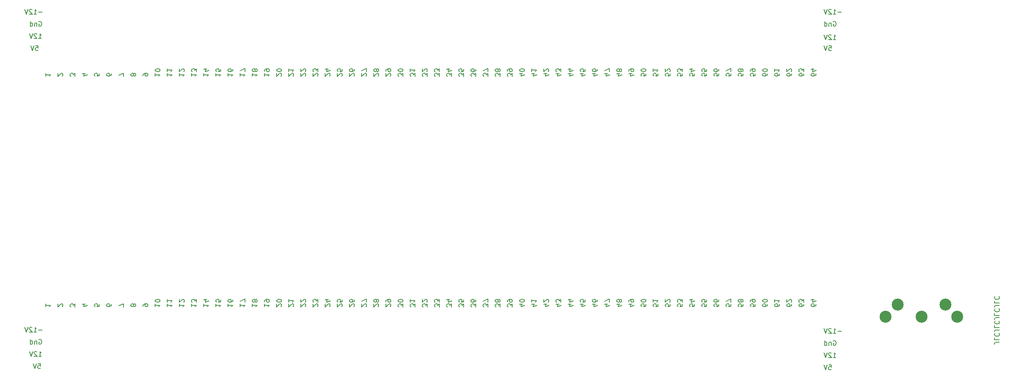
<source format=gbr>
%TF.GenerationSoftware,KiCad,Pcbnew,(6.0.0-0)*%
%TF.CreationDate,2022-11-30T22:17:17-05:00*%
%TF.ProjectId,prototype-board,70726f74-6f74-4797-9065-2d626f617264,rev?*%
%TF.SameCoordinates,Original*%
%TF.FileFunction,Legend,Bot*%
%TF.FilePolarity,Positive*%
%FSLAX46Y46*%
G04 Gerber Fmt 4.6, Leading zero omitted, Abs format (unit mm)*
G04 Created by KiCad (PCBNEW (6.0.0-0)) date 2022-11-30 22:17:17*
%MOMM*%
%LPD*%
G01*
G04 APERTURE LIST*
%ADD10C,0.150000*%
%ADD11C,2.499360*%
G04 APERTURE END LIST*
D10*
X258103619Y-134921047D02*
X257389333Y-134921047D01*
X257246476Y-134968666D01*
X257151238Y-135063904D01*
X257103619Y-135206761D01*
X257103619Y-135302000D01*
X257103619Y-133968666D02*
X257103619Y-134444857D01*
X258103619Y-134444857D01*
X257198857Y-133063904D02*
X257151238Y-133111523D01*
X257103619Y-133254380D01*
X257103619Y-133349619D01*
X257151238Y-133492476D01*
X257246476Y-133587714D01*
X257341714Y-133635333D01*
X257532190Y-133682952D01*
X257675047Y-133682952D01*
X257865523Y-133635333D01*
X257960761Y-133587714D01*
X258056000Y-133492476D01*
X258103619Y-133349619D01*
X258103619Y-133254380D01*
X258056000Y-133111523D01*
X258008380Y-133063904D01*
X258103619Y-132349619D02*
X257389333Y-132349619D01*
X257246476Y-132397238D01*
X257151238Y-132492476D01*
X257103619Y-132635333D01*
X257103619Y-132730571D01*
X257103619Y-131397238D02*
X257103619Y-131873428D01*
X258103619Y-131873428D01*
X257198857Y-130492476D02*
X257151238Y-130540095D01*
X257103619Y-130682952D01*
X257103619Y-130778190D01*
X257151238Y-130921047D01*
X257246476Y-131016285D01*
X257341714Y-131063904D01*
X257532190Y-131111523D01*
X257675047Y-131111523D01*
X257865523Y-131063904D01*
X257960761Y-131016285D01*
X258056000Y-130921047D01*
X258103619Y-130778190D01*
X258103619Y-130682952D01*
X258056000Y-130540095D01*
X258008380Y-130492476D01*
X258103619Y-129778190D02*
X257389333Y-129778190D01*
X257246476Y-129825809D01*
X257151238Y-129921047D01*
X257103619Y-130063904D01*
X257103619Y-130159142D01*
X257103619Y-128825809D02*
X257103619Y-129302000D01*
X258103619Y-129302000D01*
X257198857Y-127921047D02*
X257151238Y-127968666D01*
X257103619Y-128111523D01*
X257103619Y-128206761D01*
X257151238Y-128349619D01*
X257246476Y-128444857D01*
X257341714Y-128492476D01*
X257532190Y-128540095D01*
X257675047Y-128540095D01*
X257865523Y-128492476D01*
X257960761Y-128444857D01*
X258056000Y-128349619D01*
X258103619Y-128206761D01*
X258103619Y-128111523D01*
X258056000Y-127968666D01*
X258008380Y-127921047D01*
X258103619Y-127206761D02*
X257389333Y-127206761D01*
X257246476Y-127254380D01*
X257151238Y-127349619D01*
X257103619Y-127492476D01*
X257103619Y-127587714D01*
X257103619Y-126254380D02*
X257103619Y-126730571D01*
X258103619Y-126730571D01*
X257198857Y-125349619D02*
X257151238Y-125397238D01*
X257103619Y-125540095D01*
X257103619Y-125635333D01*
X257151238Y-125778190D01*
X257246476Y-125873428D01*
X257341714Y-125921047D01*
X257532190Y-125968666D01*
X257675047Y-125968666D01*
X257865523Y-125921047D01*
X257960761Y-125873428D01*
X258056000Y-125778190D01*
X258103619Y-125635333D01*
X258103619Y-125540095D01*
X258056000Y-125397238D01*
X258008380Y-125349619D01*
X57179500Y-71340380D02*
X57750928Y-71340380D01*
X57465214Y-71340380D02*
X57465214Y-70340380D01*
X57560452Y-70483238D01*
X57655690Y-70578476D01*
X57750928Y-70626095D01*
X56798547Y-70435619D02*
X56750928Y-70388000D01*
X56655690Y-70340380D01*
X56417595Y-70340380D01*
X56322357Y-70388000D01*
X56274738Y-70435619D01*
X56227119Y-70530857D01*
X56227119Y-70626095D01*
X56274738Y-70768952D01*
X56846166Y-71340380D01*
X56227119Y-71340380D01*
X55941404Y-70340380D02*
X55608071Y-71340380D01*
X55274738Y-70340380D01*
X222454214Y-72858380D02*
X222930404Y-72858380D01*
X222978023Y-73334571D01*
X222930404Y-73286952D01*
X222835166Y-73239333D01*
X222597071Y-73239333D01*
X222501833Y-73286952D01*
X222454214Y-73334571D01*
X222406595Y-73429809D01*
X222406595Y-73667904D01*
X222454214Y-73763142D01*
X222501833Y-73810761D01*
X222597071Y-73858380D01*
X222835166Y-73858380D01*
X222930404Y-73810761D01*
X222978023Y-73763142D01*
X222120880Y-72858380D02*
X221787547Y-73858380D01*
X221454214Y-72858380D01*
%TO.C,REF\u002A\u002A*%
X225093404Y-65857428D02*
X224331500Y-65857428D01*
X223331500Y-66238380D02*
X223902928Y-66238380D01*
X223617214Y-66238380D02*
X223617214Y-65238380D01*
X223712452Y-65381238D01*
X223807690Y-65476476D01*
X223902928Y-65524095D01*
X222950547Y-65333619D02*
X222902928Y-65286000D01*
X222807690Y-65238380D01*
X222569595Y-65238380D01*
X222474357Y-65286000D01*
X222426738Y-65333619D01*
X222379119Y-65428857D01*
X222379119Y-65524095D01*
X222426738Y-65666952D01*
X222998166Y-66238380D01*
X222379119Y-66238380D01*
X222093404Y-65238380D02*
X221760071Y-66238380D01*
X221426738Y-65238380D01*
X166076285Y-126997833D02*
X165409619Y-126997833D01*
X166457238Y-127235928D02*
X165742952Y-127474023D01*
X165742952Y-126854976D01*
X166409619Y-126569261D02*
X166409619Y-125950214D01*
X166028666Y-126283547D01*
X166028666Y-126140690D01*
X165981047Y-126045452D01*
X165933428Y-125997833D01*
X165838190Y-125950214D01*
X165600095Y-125950214D01*
X165504857Y-125997833D01*
X165457238Y-126045452D01*
X165409619Y-126140690D01*
X165409619Y-126426404D01*
X165457238Y-126521642D01*
X165504857Y-126569261D01*
X79049619Y-127378785D02*
X79049619Y-127188309D01*
X79097238Y-127093071D01*
X79144857Y-127045452D01*
X79287714Y-126950214D01*
X79478190Y-126902595D01*
X79859142Y-126902595D01*
X79954380Y-126950214D01*
X80002000Y-126997833D01*
X80049619Y-127093071D01*
X80049619Y-127283547D01*
X80002000Y-127378785D01*
X79954380Y-127426404D01*
X79859142Y-127474023D01*
X79621047Y-127474023D01*
X79525809Y-127426404D01*
X79478190Y-127378785D01*
X79430571Y-127283547D01*
X79430571Y-127093071D01*
X79478190Y-126997833D01*
X79525809Y-126950214D01*
X79621047Y-126902595D01*
X94289619Y-126902595D02*
X94289619Y-127474023D01*
X94289619Y-127188309D02*
X95289619Y-127188309D01*
X95146761Y-127283547D01*
X95051523Y-127378785D01*
X95003904Y-127474023D01*
X95289619Y-125997833D02*
X95289619Y-126474023D01*
X94813428Y-126521642D01*
X94861047Y-126474023D01*
X94908666Y-126378785D01*
X94908666Y-126140690D01*
X94861047Y-126045452D01*
X94813428Y-125997833D01*
X94718190Y-125950214D01*
X94480095Y-125950214D01*
X94384857Y-125997833D01*
X94337238Y-126045452D01*
X94289619Y-126140690D01*
X94289619Y-126378785D01*
X94337238Y-126474023D01*
X94384857Y-126521642D01*
X199429619Y-126950214D02*
X199429619Y-127426404D01*
X198953428Y-127474023D01*
X199001047Y-127426404D01*
X199048666Y-127331166D01*
X199048666Y-127093071D01*
X199001047Y-126997833D01*
X198953428Y-126950214D01*
X198858190Y-126902595D01*
X198620095Y-126902595D01*
X198524857Y-126950214D01*
X198477238Y-126997833D01*
X198429619Y-127093071D01*
X198429619Y-127331166D01*
X198477238Y-127426404D01*
X198524857Y-127474023D01*
X199429619Y-126045452D02*
X199429619Y-126235928D01*
X199382000Y-126331166D01*
X199334380Y-126378785D01*
X199191523Y-126474023D01*
X199001047Y-126521642D01*
X198620095Y-126521642D01*
X198524857Y-126474023D01*
X198477238Y-126426404D01*
X198429619Y-126331166D01*
X198429619Y-126140690D01*
X198477238Y-126045452D01*
X198524857Y-125997833D01*
X198620095Y-125950214D01*
X198858190Y-125950214D01*
X198953428Y-125997833D01*
X199001047Y-126045452D01*
X199048666Y-126140690D01*
X199048666Y-126331166D01*
X199001047Y-126426404D01*
X198953428Y-126474023D01*
X198858190Y-126521642D01*
X158456285Y-126997833D02*
X157789619Y-126997833D01*
X158837238Y-127235928D02*
X158122952Y-127474023D01*
X158122952Y-126854976D01*
X158789619Y-126283547D02*
X158789619Y-126188309D01*
X158742000Y-126093071D01*
X158694380Y-126045452D01*
X158599142Y-125997833D01*
X158408666Y-125950214D01*
X158170571Y-125950214D01*
X157980095Y-125997833D01*
X157884857Y-126045452D01*
X157837238Y-126093071D01*
X157789619Y-126188309D01*
X157789619Y-126283547D01*
X157837238Y-126378785D01*
X157884857Y-126426404D01*
X157980095Y-126474023D01*
X158170571Y-126521642D01*
X158408666Y-126521642D01*
X158599142Y-126474023D01*
X158694380Y-126426404D01*
X158742000Y-126378785D01*
X158789619Y-126283547D01*
X99369619Y-78642595D02*
X99369619Y-79214023D01*
X99369619Y-78928309D02*
X100369619Y-78928309D01*
X100226761Y-79023547D01*
X100131523Y-79118785D01*
X100083904Y-79214023D01*
X100369619Y-78309261D02*
X100369619Y-77642595D01*
X99369619Y-78071166D01*
X160996285Y-126997833D02*
X160329619Y-126997833D01*
X161377238Y-127235928D02*
X160662952Y-127474023D01*
X160662952Y-126854976D01*
X160329619Y-125950214D02*
X160329619Y-126521642D01*
X160329619Y-126235928D02*
X161329619Y-126235928D01*
X161186761Y-126331166D01*
X161091523Y-126426404D01*
X161043904Y-126521642D01*
X104449619Y-78642595D02*
X104449619Y-79214023D01*
X104449619Y-78928309D02*
X105449619Y-78928309D01*
X105306761Y-79023547D01*
X105211523Y-79118785D01*
X105163904Y-79214023D01*
X104449619Y-78166404D02*
X104449619Y-77975928D01*
X104497238Y-77880690D01*
X104544857Y-77833071D01*
X104687714Y-77737833D01*
X104878190Y-77690214D01*
X105259142Y-77690214D01*
X105354380Y-77737833D01*
X105402000Y-77785452D01*
X105449619Y-77880690D01*
X105449619Y-78071166D01*
X105402000Y-78166404D01*
X105354380Y-78214023D01*
X105259142Y-78261642D01*
X105021047Y-78261642D01*
X104925809Y-78214023D01*
X104878190Y-78166404D01*
X104830571Y-78071166D01*
X104830571Y-77880690D01*
X104878190Y-77785452D01*
X104925809Y-77737833D01*
X105021047Y-77690214D01*
X196889619Y-126950214D02*
X196889619Y-127426404D01*
X196413428Y-127474023D01*
X196461047Y-127426404D01*
X196508666Y-127331166D01*
X196508666Y-127093071D01*
X196461047Y-126997833D01*
X196413428Y-126950214D01*
X196318190Y-126902595D01*
X196080095Y-126902595D01*
X195984857Y-126950214D01*
X195937238Y-126997833D01*
X195889619Y-127093071D01*
X195889619Y-127331166D01*
X195937238Y-127426404D01*
X195984857Y-127474023D01*
X196889619Y-125997833D02*
X196889619Y-126474023D01*
X196413428Y-126521642D01*
X196461047Y-126474023D01*
X196508666Y-126378785D01*
X196508666Y-126140690D01*
X196461047Y-126045452D01*
X196413428Y-125997833D01*
X196318190Y-125950214D01*
X196080095Y-125950214D01*
X195984857Y-125997833D01*
X195937238Y-126045452D01*
X195889619Y-126140690D01*
X195889619Y-126378785D01*
X195937238Y-126474023D01*
X195984857Y-126521642D01*
X96829619Y-126902595D02*
X96829619Y-127474023D01*
X96829619Y-127188309D02*
X97829619Y-127188309D01*
X97686761Y-127283547D01*
X97591523Y-127378785D01*
X97543904Y-127474023D01*
X97829619Y-126045452D02*
X97829619Y-126235928D01*
X97782000Y-126331166D01*
X97734380Y-126378785D01*
X97591523Y-126474023D01*
X97401047Y-126521642D01*
X97020095Y-126521642D01*
X96924857Y-126474023D01*
X96877238Y-126426404D01*
X96829619Y-126331166D01*
X96829619Y-126140690D01*
X96877238Y-126045452D01*
X96924857Y-125997833D01*
X97020095Y-125950214D01*
X97258190Y-125950214D01*
X97353428Y-125997833D01*
X97401047Y-126045452D01*
X97448666Y-126140690D01*
X97448666Y-126331166D01*
X97401047Y-126426404D01*
X97353428Y-126474023D01*
X97258190Y-126521642D01*
X91749619Y-78642595D02*
X91749619Y-79214023D01*
X91749619Y-78928309D02*
X92749619Y-78928309D01*
X92606761Y-79023547D01*
X92511523Y-79118785D01*
X92463904Y-79214023D01*
X92416285Y-77785452D02*
X91749619Y-77785452D01*
X92797238Y-78023547D02*
X92082952Y-78261642D01*
X92082952Y-77642595D01*
X189269619Y-126950214D02*
X189269619Y-127426404D01*
X188793428Y-127474023D01*
X188841047Y-127426404D01*
X188888666Y-127331166D01*
X188888666Y-127093071D01*
X188841047Y-126997833D01*
X188793428Y-126950214D01*
X188698190Y-126902595D01*
X188460095Y-126902595D01*
X188364857Y-126950214D01*
X188317238Y-126997833D01*
X188269619Y-127093071D01*
X188269619Y-127331166D01*
X188317238Y-127426404D01*
X188364857Y-127474023D01*
X189174380Y-126521642D02*
X189222000Y-126474023D01*
X189269619Y-126378785D01*
X189269619Y-126140690D01*
X189222000Y-126045452D01*
X189174380Y-125997833D01*
X189079142Y-125950214D01*
X188983904Y-125950214D01*
X188841047Y-125997833D01*
X188269619Y-126569261D01*
X188269619Y-125950214D01*
X222426738Y-139660380D02*
X222902928Y-139660380D01*
X222950547Y-140136571D01*
X222902928Y-140088952D01*
X222807690Y-140041333D01*
X222569595Y-140041333D01*
X222474357Y-140088952D01*
X222426738Y-140136571D01*
X222379119Y-140231809D01*
X222379119Y-140469904D01*
X222426738Y-140565142D01*
X222474357Y-140612761D01*
X222569595Y-140660380D01*
X222807690Y-140660380D01*
X222902928Y-140612761D01*
X222950547Y-140565142D01*
X222093404Y-139660380D02*
X221760071Y-140660380D01*
X221426738Y-139660380D01*
X57263119Y-134374000D02*
X57358357Y-134326380D01*
X57501214Y-134326380D01*
X57644071Y-134374000D01*
X57739309Y-134469238D01*
X57786928Y-134564476D01*
X57834547Y-134754952D01*
X57834547Y-134897809D01*
X57786928Y-135088285D01*
X57739309Y-135183523D01*
X57644071Y-135278761D01*
X57501214Y-135326380D01*
X57405976Y-135326380D01*
X57263119Y-135278761D01*
X57215500Y-135231142D01*
X57215500Y-134897809D01*
X57405976Y-134897809D01*
X56786928Y-134659714D02*
X56786928Y-135326380D01*
X56786928Y-134754952D02*
X56739309Y-134707333D01*
X56644071Y-134659714D01*
X56501214Y-134659714D01*
X56405976Y-134707333D01*
X56358357Y-134802571D01*
X56358357Y-135326380D01*
X55453595Y-135326380D02*
X55453595Y-134326380D01*
X55453595Y-135278761D02*
X55548833Y-135326380D01*
X55739309Y-135326380D01*
X55834547Y-135278761D01*
X55882166Y-135231142D01*
X55929785Y-135135904D01*
X55929785Y-134850190D01*
X55882166Y-134754952D01*
X55834547Y-134707333D01*
X55739309Y-134659714D01*
X55548833Y-134659714D01*
X55453595Y-134707333D01*
X79049619Y-79118785D02*
X79049619Y-78928309D01*
X79097238Y-78833071D01*
X79144857Y-78785452D01*
X79287714Y-78690214D01*
X79478190Y-78642595D01*
X79859142Y-78642595D01*
X79954380Y-78690214D01*
X80002000Y-78737833D01*
X80049619Y-78833071D01*
X80049619Y-79023547D01*
X80002000Y-79118785D01*
X79954380Y-79166404D01*
X79859142Y-79214023D01*
X79621047Y-79214023D01*
X79525809Y-79166404D01*
X79478190Y-79118785D01*
X79430571Y-79023547D01*
X79430571Y-78833071D01*
X79478190Y-78737833D01*
X79525809Y-78690214D01*
X79621047Y-78642595D01*
X173696285Y-78737833D02*
X173029619Y-78737833D01*
X174077238Y-78975928D02*
X173362952Y-79214023D01*
X173362952Y-78594976D01*
X174029619Y-77785452D02*
X174029619Y-77975928D01*
X173982000Y-78071166D01*
X173934380Y-78118785D01*
X173791523Y-78214023D01*
X173601047Y-78261642D01*
X173220095Y-78261642D01*
X173124857Y-78214023D01*
X173077238Y-78166404D01*
X173029619Y-78071166D01*
X173029619Y-77880690D01*
X173077238Y-77785452D01*
X173124857Y-77737833D01*
X173220095Y-77690214D01*
X173458190Y-77690214D01*
X173553428Y-77737833D01*
X173601047Y-77785452D01*
X173648666Y-77880690D01*
X173648666Y-78071166D01*
X173601047Y-78166404D01*
X173553428Y-78214023D01*
X173458190Y-78261642D01*
X77081047Y-79023547D02*
X77128666Y-79118785D01*
X77176285Y-79166404D01*
X77271523Y-79214023D01*
X77319142Y-79214023D01*
X77414380Y-79166404D01*
X77462000Y-79118785D01*
X77509619Y-79023547D01*
X77509619Y-78833071D01*
X77462000Y-78737833D01*
X77414380Y-78690214D01*
X77319142Y-78642595D01*
X77271523Y-78642595D01*
X77176285Y-78690214D01*
X77128666Y-78737833D01*
X77081047Y-78833071D01*
X77081047Y-79023547D01*
X77033428Y-79118785D01*
X76985809Y-79166404D01*
X76890571Y-79214023D01*
X76700095Y-79214023D01*
X76604857Y-79166404D01*
X76557238Y-79118785D01*
X76509619Y-79023547D01*
X76509619Y-78833071D01*
X76557238Y-78737833D01*
X76604857Y-78690214D01*
X76700095Y-78642595D01*
X76890571Y-78642595D01*
X76985809Y-78690214D01*
X77033428Y-78737833D01*
X77081047Y-78833071D01*
X115514380Y-127474023D02*
X115562000Y-127426404D01*
X115609619Y-127331166D01*
X115609619Y-127093071D01*
X115562000Y-126997833D01*
X115514380Y-126950214D01*
X115419142Y-126902595D01*
X115323904Y-126902595D01*
X115181047Y-126950214D01*
X114609619Y-127521642D01*
X114609619Y-126902595D01*
X115609619Y-126569261D02*
X115609619Y-125950214D01*
X115228666Y-126283547D01*
X115228666Y-126140690D01*
X115181047Y-126045452D01*
X115133428Y-125997833D01*
X115038190Y-125950214D01*
X114800095Y-125950214D01*
X114704857Y-125997833D01*
X114657238Y-126045452D01*
X114609619Y-126140690D01*
X114609619Y-126426404D01*
X114657238Y-126521642D01*
X114704857Y-126569261D01*
X212129619Y-126997833D02*
X212129619Y-127188309D01*
X212082000Y-127283547D01*
X212034380Y-127331166D01*
X211891523Y-127426404D01*
X211701047Y-127474023D01*
X211320095Y-127474023D01*
X211224857Y-127426404D01*
X211177238Y-127378785D01*
X211129619Y-127283547D01*
X211129619Y-127093071D01*
X211177238Y-126997833D01*
X211224857Y-126950214D01*
X211320095Y-126902595D01*
X211558190Y-126902595D01*
X211653428Y-126950214D01*
X211701047Y-126997833D01*
X211748666Y-127093071D01*
X211748666Y-127283547D01*
X211701047Y-127378785D01*
X211653428Y-127426404D01*
X211558190Y-127474023D01*
X211129619Y-125950214D02*
X211129619Y-126521642D01*
X211129619Y-126235928D02*
X212129619Y-126235928D01*
X211986761Y-126331166D01*
X211891523Y-126426404D01*
X211843904Y-126521642D01*
X74969619Y-79261642D02*
X74969619Y-78594976D01*
X73969619Y-79023547D01*
X81589619Y-78642595D02*
X81589619Y-79214023D01*
X81589619Y-78928309D02*
X82589619Y-78928309D01*
X82446761Y-79023547D01*
X82351523Y-79118785D01*
X82303904Y-79214023D01*
X82589619Y-78023547D02*
X82589619Y-77928309D01*
X82542000Y-77833071D01*
X82494380Y-77785452D01*
X82399142Y-77737833D01*
X82208666Y-77690214D01*
X81970571Y-77690214D01*
X81780095Y-77737833D01*
X81684857Y-77785452D01*
X81637238Y-77833071D01*
X81589619Y-77928309D01*
X81589619Y-78023547D01*
X81637238Y-78118785D01*
X81684857Y-78166404D01*
X81780095Y-78214023D01*
X81970571Y-78261642D01*
X82208666Y-78261642D01*
X82399142Y-78214023D01*
X82494380Y-78166404D01*
X82542000Y-78118785D01*
X82589619Y-78023547D01*
X86669619Y-78642595D02*
X86669619Y-79214023D01*
X86669619Y-78928309D02*
X87669619Y-78928309D01*
X87526761Y-79023547D01*
X87431523Y-79118785D01*
X87383904Y-79214023D01*
X87574380Y-78261642D02*
X87622000Y-78214023D01*
X87669619Y-78118785D01*
X87669619Y-77880690D01*
X87622000Y-77785452D01*
X87574380Y-77737833D01*
X87479142Y-77690214D01*
X87383904Y-77690214D01*
X87241047Y-77737833D01*
X86669619Y-78309261D01*
X86669619Y-77690214D01*
X199429619Y-78690214D02*
X199429619Y-79166404D01*
X198953428Y-79214023D01*
X199001047Y-79166404D01*
X199048666Y-79071166D01*
X199048666Y-78833071D01*
X199001047Y-78737833D01*
X198953428Y-78690214D01*
X198858190Y-78642595D01*
X198620095Y-78642595D01*
X198524857Y-78690214D01*
X198477238Y-78737833D01*
X198429619Y-78833071D01*
X198429619Y-79071166D01*
X198477238Y-79166404D01*
X198524857Y-79214023D01*
X199429619Y-77785452D02*
X199429619Y-77975928D01*
X199382000Y-78071166D01*
X199334380Y-78118785D01*
X199191523Y-78214023D01*
X199001047Y-78261642D01*
X198620095Y-78261642D01*
X198524857Y-78214023D01*
X198477238Y-78166404D01*
X198429619Y-78071166D01*
X198429619Y-77880690D01*
X198477238Y-77785452D01*
X198524857Y-77737833D01*
X198620095Y-77690214D01*
X198858190Y-77690214D01*
X198953428Y-77737833D01*
X199001047Y-77785452D01*
X199048666Y-77880690D01*
X199048666Y-78071166D01*
X199001047Y-78166404D01*
X198953428Y-78214023D01*
X198858190Y-78261642D01*
X223379119Y-67826000D02*
X223474357Y-67778380D01*
X223617214Y-67778380D01*
X223760071Y-67826000D01*
X223855309Y-67921238D01*
X223902928Y-68016476D01*
X223950547Y-68206952D01*
X223950547Y-68349809D01*
X223902928Y-68540285D01*
X223855309Y-68635523D01*
X223760071Y-68730761D01*
X223617214Y-68778380D01*
X223521976Y-68778380D01*
X223379119Y-68730761D01*
X223331500Y-68683142D01*
X223331500Y-68349809D01*
X223521976Y-68349809D01*
X222902928Y-68111714D02*
X222902928Y-68778380D01*
X222902928Y-68206952D02*
X222855309Y-68159333D01*
X222760071Y-68111714D01*
X222617214Y-68111714D01*
X222521976Y-68159333D01*
X222474357Y-68254571D01*
X222474357Y-68778380D01*
X221569595Y-68778380D02*
X221569595Y-67778380D01*
X221569595Y-68730761D02*
X221664833Y-68778380D01*
X221855309Y-68778380D01*
X221950547Y-68730761D01*
X221998166Y-68683142D01*
X222045785Y-68587904D01*
X222045785Y-68302190D01*
X221998166Y-68206952D01*
X221950547Y-68159333D01*
X221855309Y-68111714D01*
X221664833Y-68111714D01*
X221569595Y-68159333D01*
X181316285Y-126997833D02*
X180649619Y-126997833D01*
X181697238Y-127235928D02*
X180982952Y-127474023D01*
X180982952Y-126854976D01*
X180649619Y-126426404D02*
X180649619Y-126235928D01*
X180697238Y-126140690D01*
X180744857Y-126093071D01*
X180887714Y-125997833D01*
X181078190Y-125950214D01*
X181459142Y-125950214D01*
X181554380Y-125997833D01*
X181602000Y-126045452D01*
X181649619Y-126140690D01*
X181649619Y-126331166D01*
X181602000Y-126426404D01*
X181554380Y-126474023D01*
X181459142Y-126521642D01*
X181221047Y-126521642D01*
X181125809Y-126474023D01*
X181078190Y-126426404D01*
X181030571Y-126331166D01*
X181030571Y-126140690D01*
X181078190Y-126045452D01*
X181125809Y-125997833D01*
X181221047Y-125950214D01*
X62174380Y-79214023D02*
X62222000Y-79166404D01*
X62269619Y-79071166D01*
X62269619Y-78833071D01*
X62222000Y-78737833D01*
X62174380Y-78690214D01*
X62079142Y-78642595D01*
X61983904Y-78642595D01*
X61841047Y-78690214D01*
X61269619Y-79261642D01*
X61269619Y-78642595D01*
X141009619Y-127521642D02*
X141009619Y-126902595D01*
X140628666Y-127235928D01*
X140628666Y-127093071D01*
X140581047Y-126997833D01*
X140533428Y-126950214D01*
X140438190Y-126902595D01*
X140200095Y-126902595D01*
X140104857Y-126950214D01*
X140057238Y-126997833D01*
X140009619Y-127093071D01*
X140009619Y-127378785D01*
X140057238Y-127474023D01*
X140104857Y-127521642D01*
X141009619Y-126569261D02*
X141009619Y-125950214D01*
X140628666Y-126283547D01*
X140628666Y-126140690D01*
X140581047Y-126045452D01*
X140533428Y-125997833D01*
X140438190Y-125950214D01*
X140200095Y-125950214D01*
X140104857Y-125997833D01*
X140057238Y-126045452D01*
X140009619Y-126140690D01*
X140009619Y-126426404D01*
X140057238Y-126521642D01*
X140104857Y-126569261D01*
X118054380Y-79214023D02*
X118102000Y-79166404D01*
X118149619Y-79071166D01*
X118149619Y-78833071D01*
X118102000Y-78737833D01*
X118054380Y-78690214D01*
X117959142Y-78642595D01*
X117863904Y-78642595D01*
X117721047Y-78690214D01*
X117149619Y-79261642D01*
X117149619Y-78642595D01*
X117816285Y-77785452D02*
X117149619Y-77785452D01*
X118197238Y-78023547D02*
X117482952Y-78261642D01*
X117482952Y-77642595D01*
X58729619Y-78642595D02*
X58729619Y-79214023D01*
X58729619Y-78928309D02*
X59729619Y-78928309D01*
X59586761Y-79023547D01*
X59491523Y-79118785D01*
X59443904Y-79214023D01*
X148629619Y-79261642D02*
X148629619Y-78642595D01*
X148248666Y-78975928D01*
X148248666Y-78833071D01*
X148201047Y-78737833D01*
X148153428Y-78690214D01*
X148058190Y-78642595D01*
X147820095Y-78642595D01*
X147724857Y-78690214D01*
X147677238Y-78737833D01*
X147629619Y-78833071D01*
X147629619Y-79118785D01*
X147677238Y-79214023D01*
X147724857Y-79261642D01*
X148629619Y-77785452D02*
X148629619Y-77975928D01*
X148582000Y-78071166D01*
X148534380Y-78118785D01*
X148391523Y-78214023D01*
X148201047Y-78261642D01*
X147820095Y-78261642D01*
X147724857Y-78214023D01*
X147677238Y-78166404D01*
X147629619Y-78071166D01*
X147629619Y-77880690D01*
X147677238Y-77785452D01*
X147724857Y-77737833D01*
X147820095Y-77690214D01*
X148058190Y-77690214D01*
X148153428Y-77737833D01*
X148201047Y-77785452D01*
X148248666Y-77880690D01*
X148248666Y-78071166D01*
X148201047Y-78166404D01*
X148153428Y-78214023D01*
X148058190Y-78261642D01*
X194349619Y-78690214D02*
X194349619Y-79166404D01*
X193873428Y-79214023D01*
X193921047Y-79166404D01*
X193968666Y-79071166D01*
X193968666Y-78833071D01*
X193921047Y-78737833D01*
X193873428Y-78690214D01*
X193778190Y-78642595D01*
X193540095Y-78642595D01*
X193444857Y-78690214D01*
X193397238Y-78737833D01*
X193349619Y-78833071D01*
X193349619Y-79071166D01*
X193397238Y-79166404D01*
X193444857Y-79214023D01*
X194016285Y-77785452D02*
X193349619Y-77785452D01*
X194397238Y-78023547D02*
X193682952Y-78261642D01*
X193682952Y-77642595D01*
X156249619Y-79261642D02*
X156249619Y-78642595D01*
X155868666Y-78975928D01*
X155868666Y-78833071D01*
X155821047Y-78737833D01*
X155773428Y-78690214D01*
X155678190Y-78642595D01*
X155440095Y-78642595D01*
X155344857Y-78690214D01*
X155297238Y-78737833D01*
X155249619Y-78833071D01*
X155249619Y-79118785D01*
X155297238Y-79214023D01*
X155344857Y-79261642D01*
X155249619Y-78166404D02*
X155249619Y-77975928D01*
X155297238Y-77880690D01*
X155344857Y-77833071D01*
X155487714Y-77737833D01*
X155678190Y-77690214D01*
X156059142Y-77690214D01*
X156154380Y-77737833D01*
X156202000Y-77785452D01*
X156249619Y-77880690D01*
X156249619Y-78071166D01*
X156202000Y-78166404D01*
X156154380Y-78214023D01*
X156059142Y-78261642D01*
X155821047Y-78261642D01*
X155725809Y-78214023D01*
X155678190Y-78166404D01*
X155630571Y-78071166D01*
X155630571Y-77880690D01*
X155678190Y-77785452D01*
X155725809Y-77737833D01*
X155821047Y-77690214D01*
X178776285Y-78737833D02*
X178109619Y-78737833D01*
X179157238Y-78975928D02*
X178442952Y-79214023D01*
X178442952Y-78594976D01*
X178681047Y-78071166D02*
X178728666Y-78166404D01*
X178776285Y-78214023D01*
X178871523Y-78261642D01*
X178919142Y-78261642D01*
X179014380Y-78214023D01*
X179062000Y-78166404D01*
X179109619Y-78071166D01*
X179109619Y-77880690D01*
X179062000Y-77785452D01*
X179014380Y-77737833D01*
X178919142Y-77690214D01*
X178871523Y-77690214D01*
X178776285Y-77737833D01*
X178728666Y-77785452D01*
X178681047Y-77880690D01*
X178681047Y-78071166D01*
X178633428Y-78166404D01*
X178585809Y-78214023D01*
X178490571Y-78261642D01*
X178300095Y-78261642D01*
X178204857Y-78214023D01*
X178157238Y-78166404D01*
X178109619Y-78071166D01*
X178109619Y-77880690D01*
X178157238Y-77785452D01*
X178204857Y-77737833D01*
X178300095Y-77690214D01*
X178490571Y-77690214D01*
X178585809Y-77737833D01*
X178633428Y-77785452D01*
X178681047Y-77880690D01*
X186729619Y-78690214D02*
X186729619Y-79166404D01*
X186253428Y-79214023D01*
X186301047Y-79166404D01*
X186348666Y-79071166D01*
X186348666Y-78833071D01*
X186301047Y-78737833D01*
X186253428Y-78690214D01*
X186158190Y-78642595D01*
X185920095Y-78642595D01*
X185824857Y-78690214D01*
X185777238Y-78737833D01*
X185729619Y-78833071D01*
X185729619Y-79071166D01*
X185777238Y-79166404D01*
X185824857Y-79214023D01*
X185729619Y-77690214D02*
X185729619Y-78261642D01*
X185729619Y-77975928D02*
X186729619Y-77975928D01*
X186586761Y-78071166D01*
X186491523Y-78166404D01*
X186443904Y-78261642D01*
X107894380Y-79214023D02*
X107942000Y-79166404D01*
X107989619Y-79071166D01*
X107989619Y-78833071D01*
X107942000Y-78737833D01*
X107894380Y-78690214D01*
X107799142Y-78642595D01*
X107703904Y-78642595D01*
X107561047Y-78690214D01*
X106989619Y-79261642D01*
X106989619Y-78642595D01*
X107989619Y-78023547D02*
X107989619Y-77928309D01*
X107942000Y-77833071D01*
X107894380Y-77785452D01*
X107799142Y-77737833D01*
X107608666Y-77690214D01*
X107370571Y-77690214D01*
X107180095Y-77737833D01*
X107084857Y-77785452D01*
X107037238Y-77833071D01*
X106989619Y-77928309D01*
X106989619Y-78023547D01*
X107037238Y-78118785D01*
X107084857Y-78166404D01*
X107180095Y-78214023D01*
X107370571Y-78261642D01*
X107608666Y-78261642D01*
X107799142Y-78214023D01*
X107894380Y-78166404D01*
X107942000Y-78118785D01*
X107989619Y-78023547D01*
X163536285Y-126997833D02*
X162869619Y-126997833D01*
X163917238Y-127235928D02*
X163202952Y-127474023D01*
X163202952Y-126854976D01*
X163774380Y-126521642D02*
X163822000Y-126474023D01*
X163869619Y-126378785D01*
X163869619Y-126140690D01*
X163822000Y-126045452D01*
X163774380Y-125997833D01*
X163679142Y-125950214D01*
X163583904Y-125950214D01*
X163441047Y-125997833D01*
X162869619Y-126569261D01*
X162869619Y-125950214D01*
X112974380Y-127474023D02*
X113022000Y-127426404D01*
X113069619Y-127331166D01*
X113069619Y-127093071D01*
X113022000Y-126997833D01*
X112974380Y-126950214D01*
X112879142Y-126902595D01*
X112783904Y-126902595D01*
X112641047Y-126950214D01*
X112069619Y-127521642D01*
X112069619Y-126902595D01*
X112974380Y-126521642D02*
X113022000Y-126474023D01*
X113069619Y-126378785D01*
X113069619Y-126140690D01*
X113022000Y-126045452D01*
X112974380Y-125997833D01*
X112879142Y-125950214D01*
X112783904Y-125950214D01*
X112641047Y-125997833D01*
X112069619Y-126569261D01*
X112069619Y-125950214D01*
X201969619Y-78690214D02*
X201969619Y-79166404D01*
X201493428Y-79214023D01*
X201541047Y-79166404D01*
X201588666Y-79071166D01*
X201588666Y-78833071D01*
X201541047Y-78737833D01*
X201493428Y-78690214D01*
X201398190Y-78642595D01*
X201160095Y-78642595D01*
X201064857Y-78690214D01*
X201017238Y-78737833D01*
X200969619Y-78833071D01*
X200969619Y-79071166D01*
X201017238Y-79166404D01*
X201064857Y-79214023D01*
X201969619Y-78309261D02*
X201969619Y-77642595D01*
X200969619Y-78071166D01*
X67016285Y-126997833D02*
X66349619Y-126997833D01*
X67397238Y-127235928D02*
X66682952Y-127474023D01*
X66682952Y-126854976D01*
X151169619Y-79261642D02*
X151169619Y-78642595D01*
X150788666Y-78975928D01*
X150788666Y-78833071D01*
X150741047Y-78737833D01*
X150693428Y-78690214D01*
X150598190Y-78642595D01*
X150360095Y-78642595D01*
X150264857Y-78690214D01*
X150217238Y-78737833D01*
X150169619Y-78833071D01*
X150169619Y-79118785D01*
X150217238Y-79214023D01*
X150264857Y-79261642D01*
X151169619Y-78309261D02*
X151169619Y-77642595D01*
X150169619Y-78071166D01*
X84129619Y-78642595D02*
X84129619Y-79214023D01*
X84129619Y-78928309D02*
X85129619Y-78928309D01*
X84986761Y-79023547D01*
X84891523Y-79118785D01*
X84843904Y-79214023D01*
X84129619Y-77690214D02*
X84129619Y-78261642D01*
X84129619Y-77975928D02*
X85129619Y-77975928D01*
X84986761Y-78071166D01*
X84891523Y-78166404D01*
X84843904Y-78261642D01*
X181316285Y-78737833D02*
X180649619Y-78737833D01*
X181697238Y-78975928D02*
X180982952Y-79214023D01*
X180982952Y-78594976D01*
X180649619Y-78166404D02*
X180649619Y-77975928D01*
X180697238Y-77880690D01*
X180744857Y-77833071D01*
X180887714Y-77737833D01*
X181078190Y-77690214D01*
X181459142Y-77690214D01*
X181554380Y-77737833D01*
X181602000Y-77785452D01*
X181649619Y-77880690D01*
X181649619Y-78071166D01*
X181602000Y-78166404D01*
X181554380Y-78214023D01*
X181459142Y-78261642D01*
X181221047Y-78261642D01*
X181125809Y-78214023D01*
X181078190Y-78166404D01*
X181030571Y-78071166D01*
X181030571Y-77880690D01*
X181078190Y-77785452D01*
X181125809Y-77737833D01*
X181221047Y-77690214D01*
X57961404Y-132405428D02*
X57199500Y-132405428D01*
X56199500Y-132786380D02*
X56770928Y-132786380D01*
X56485214Y-132786380D02*
X56485214Y-131786380D01*
X56580452Y-131929238D01*
X56675690Y-132024476D01*
X56770928Y-132072095D01*
X55818547Y-131881619D02*
X55770928Y-131834000D01*
X55675690Y-131786380D01*
X55437595Y-131786380D01*
X55342357Y-131834000D01*
X55294738Y-131881619D01*
X55247119Y-131976857D01*
X55247119Y-132072095D01*
X55294738Y-132214952D01*
X55866166Y-132786380D01*
X55247119Y-132786380D01*
X54961404Y-131786380D02*
X54628071Y-132786380D01*
X54294738Y-131786380D01*
X123134380Y-79214023D02*
X123182000Y-79166404D01*
X123229619Y-79071166D01*
X123229619Y-78833071D01*
X123182000Y-78737833D01*
X123134380Y-78690214D01*
X123039142Y-78642595D01*
X122943904Y-78642595D01*
X122801047Y-78690214D01*
X122229619Y-79261642D01*
X122229619Y-78642595D01*
X123229619Y-77785452D02*
X123229619Y-77975928D01*
X123182000Y-78071166D01*
X123134380Y-78118785D01*
X122991523Y-78214023D01*
X122801047Y-78261642D01*
X122420095Y-78261642D01*
X122324857Y-78214023D01*
X122277238Y-78166404D01*
X122229619Y-78071166D01*
X122229619Y-77880690D01*
X122277238Y-77785452D01*
X122324857Y-77737833D01*
X122420095Y-77690214D01*
X122658190Y-77690214D01*
X122753428Y-77737833D01*
X122801047Y-77785452D01*
X122848666Y-77880690D01*
X122848666Y-78071166D01*
X122801047Y-78166404D01*
X122753428Y-78214023D01*
X122658190Y-78261642D01*
X209589619Y-78737833D02*
X209589619Y-78928309D01*
X209542000Y-79023547D01*
X209494380Y-79071166D01*
X209351523Y-79166404D01*
X209161047Y-79214023D01*
X208780095Y-79214023D01*
X208684857Y-79166404D01*
X208637238Y-79118785D01*
X208589619Y-79023547D01*
X208589619Y-78833071D01*
X208637238Y-78737833D01*
X208684857Y-78690214D01*
X208780095Y-78642595D01*
X209018190Y-78642595D01*
X209113428Y-78690214D01*
X209161047Y-78737833D01*
X209208666Y-78833071D01*
X209208666Y-79023547D01*
X209161047Y-79118785D01*
X209113428Y-79166404D01*
X209018190Y-79214023D01*
X209589619Y-78023547D02*
X209589619Y-77928309D01*
X209542000Y-77833071D01*
X209494380Y-77785452D01*
X209399142Y-77737833D01*
X209208666Y-77690214D01*
X208970571Y-77690214D01*
X208780095Y-77737833D01*
X208684857Y-77785452D01*
X208637238Y-77833071D01*
X208589619Y-77928309D01*
X208589619Y-78023547D01*
X208637238Y-78118785D01*
X208684857Y-78166404D01*
X208780095Y-78214023D01*
X208970571Y-78261642D01*
X209208666Y-78261642D01*
X209399142Y-78214023D01*
X209494380Y-78166404D01*
X209542000Y-78118785D01*
X209589619Y-78023547D01*
X130754380Y-127474023D02*
X130802000Y-127426404D01*
X130849619Y-127331166D01*
X130849619Y-127093071D01*
X130802000Y-126997833D01*
X130754380Y-126950214D01*
X130659142Y-126902595D01*
X130563904Y-126902595D01*
X130421047Y-126950214D01*
X129849619Y-127521642D01*
X129849619Y-126902595D01*
X129849619Y-126426404D02*
X129849619Y-126235928D01*
X129897238Y-126140690D01*
X129944857Y-126093071D01*
X130087714Y-125997833D01*
X130278190Y-125950214D01*
X130659142Y-125950214D01*
X130754380Y-125997833D01*
X130802000Y-126045452D01*
X130849619Y-126140690D01*
X130849619Y-126331166D01*
X130802000Y-126426404D01*
X130754380Y-126474023D01*
X130659142Y-126521642D01*
X130421047Y-126521642D01*
X130325809Y-126474023D01*
X130278190Y-126426404D01*
X130230571Y-126331166D01*
X130230571Y-126140690D01*
X130278190Y-126045452D01*
X130325809Y-125997833D01*
X130421047Y-125950214D01*
X138469619Y-79261642D02*
X138469619Y-78642595D01*
X138088666Y-78975928D01*
X138088666Y-78833071D01*
X138041047Y-78737833D01*
X137993428Y-78690214D01*
X137898190Y-78642595D01*
X137660095Y-78642595D01*
X137564857Y-78690214D01*
X137517238Y-78737833D01*
X137469619Y-78833071D01*
X137469619Y-79118785D01*
X137517238Y-79214023D01*
X137564857Y-79261642D01*
X138374380Y-78261642D02*
X138422000Y-78214023D01*
X138469619Y-78118785D01*
X138469619Y-77880690D01*
X138422000Y-77785452D01*
X138374380Y-77737833D01*
X138279142Y-77690214D01*
X138183904Y-77690214D01*
X138041047Y-77737833D01*
X137469619Y-78309261D01*
X137469619Y-77690214D01*
X223331500Y-138120380D02*
X223902928Y-138120380D01*
X223617214Y-138120380D02*
X223617214Y-137120380D01*
X223712452Y-137263238D01*
X223807690Y-137358476D01*
X223902928Y-137406095D01*
X222950547Y-137215619D02*
X222902928Y-137168000D01*
X222807690Y-137120380D01*
X222569595Y-137120380D01*
X222474357Y-137168000D01*
X222426738Y-137215619D01*
X222379119Y-137310857D01*
X222379119Y-137406095D01*
X222426738Y-137548952D01*
X222998166Y-138120380D01*
X222379119Y-138120380D01*
X222093404Y-137120380D02*
X221760071Y-138120380D01*
X221426738Y-137120380D01*
X135929619Y-127521642D02*
X135929619Y-126902595D01*
X135548666Y-127235928D01*
X135548666Y-127093071D01*
X135501047Y-126997833D01*
X135453428Y-126950214D01*
X135358190Y-126902595D01*
X135120095Y-126902595D01*
X135024857Y-126950214D01*
X134977238Y-126997833D01*
X134929619Y-127093071D01*
X134929619Y-127378785D01*
X134977238Y-127474023D01*
X135024857Y-127521642D01*
X134929619Y-125950214D02*
X134929619Y-126521642D01*
X134929619Y-126235928D02*
X135929619Y-126235928D01*
X135786761Y-126331166D01*
X135691523Y-126426404D01*
X135643904Y-126521642D01*
X69889619Y-126950214D02*
X69889619Y-127426404D01*
X69413428Y-127474023D01*
X69461047Y-127426404D01*
X69508666Y-127331166D01*
X69508666Y-127093071D01*
X69461047Y-126997833D01*
X69413428Y-126950214D01*
X69318190Y-126902595D01*
X69080095Y-126902595D01*
X68984857Y-126950214D01*
X68937238Y-126997833D01*
X68889619Y-127093071D01*
X68889619Y-127331166D01*
X68937238Y-127426404D01*
X68984857Y-127474023D01*
X156249619Y-127521642D02*
X156249619Y-126902595D01*
X155868666Y-127235928D01*
X155868666Y-127093071D01*
X155821047Y-126997833D01*
X155773428Y-126950214D01*
X155678190Y-126902595D01*
X155440095Y-126902595D01*
X155344857Y-126950214D01*
X155297238Y-126997833D01*
X155249619Y-127093071D01*
X155249619Y-127378785D01*
X155297238Y-127474023D01*
X155344857Y-127521642D01*
X155249619Y-126426404D02*
X155249619Y-126235928D01*
X155297238Y-126140690D01*
X155344857Y-126093071D01*
X155487714Y-125997833D01*
X155678190Y-125950214D01*
X156059142Y-125950214D01*
X156154380Y-125997833D01*
X156202000Y-126045452D01*
X156249619Y-126140690D01*
X156249619Y-126331166D01*
X156202000Y-126426404D01*
X156154380Y-126474023D01*
X156059142Y-126521642D01*
X155821047Y-126521642D01*
X155725809Y-126474023D01*
X155678190Y-126426404D01*
X155630571Y-126331166D01*
X155630571Y-126140690D01*
X155678190Y-126045452D01*
X155725809Y-125997833D01*
X155821047Y-125950214D01*
X207049619Y-78690214D02*
X207049619Y-79166404D01*
X206573428Y-79214023D01*
X206621047Y-79166404D01*
X206668666Y-79071166D01*
X206668666Y-78833071D01*
X206621047Y-78737833D01*
X206573428Y-78690214D01*
X206478190Y-78642595D01*
X206240095Y-78642595D01*
X206144857Y-78690214D01*
X206097238Y-78737833D01*
X206049619Y-78833071D01*
X206049619Y-79071166D01*
X206097238Y-79166404D01*
X206144857Y-79214023D01*
X206049619Y-78166404D02*
X206049619Y-77975928D01*
X206097238Y-77880690D01*
X206144857Y-77833071D01*
X206287714Y-77737833D01*
X206478190Y-77690214D01*
X206859142Y-77690214D01*
X206954380Y-77737833D01*
X207002000Y-77785452D01*
X207049619Y-77880690D01*
X207049619Y-78071166D01*
X207002000Y-78166404D01*
X206954380Y-78214023D01*
X206859142Y-78261642D01*
X206621047Y-78261642D01*
X206525809Y-78214023D01*
X206478190Y-78166404D01*
X206430571Y-78071166D01*
X206430571Y-77880690D01*
X206478190Y-77785452D01*
X206525809Y-77737833D01*
X206621047Y-77690214D01*
X72429619Y-126997833D02*
X72429619Y-127188309D01*
X72382000Y-127283547D01*
X72334380Y-127331166D01*
X72191523Y-127426404D01*
X72001047Y-127474023D01*
X71620095Y-127474023D01*
X71524857Y-127426404D01*
X71477238Y-127378785D01*
X71429619Y-127283547D01*
X71429619Y-127093071D01*
X71477238Y-126997833D01*
X71524857Y-126950214D01*
X71620095Y-126902595D01*
X71858190Y-126902595D01*
X71953428Y-126950214D01*
X72001047Y-126997833D01*
X72048666Y-127093071D01*
X72048666Y-127283547D01*
X72001047Y-127378785D01*
X71953428Y-127426404D01*
X71858190Y-127474023D01*
X189269619Y-78690214D02*
X189269619Y-79166404D01*
X188793428Y-79214023D01*
X188841047Y-79166404D01*
X188888666Y-79071166D01*
X188888666Y-78833071D01*
X188841047Y-78737833D01*
X188793428Y-78690214D01*
X188698190Y-78642595D01*
X188460095Y-78642595D01*
X188364857Y-78690214D01*
X188317238Y-78737833D01*
X188269619Y-78833071D01*
X188269619Y-79071166D01*
X188317238Y-79166404D01*
X188364857Y-79214023D01*
X189174380Y-78261642D02*
X189222000Y-78214023D01*
X189269619Y-78118785D01*
X189269619Y-77880690D01*
X189222000Y-77785452D01*
X189174380Y-77737833D01*
X189079142Y-77690214D01*
X188983904Y-77690214D01*
X188841047Y-77737833D01*
X188269619Y-78309261D01*
X188269619Y-77690214D01*
X104449619Y-126902595D02*
X104449619Y-127474023D01*
X104449619Y-127188309D02*
X105449619Y-127188309D01*
X105306761Y-127283547D01*
X105211523Y-127378785D01*
X105163904Y-127474023D01*
X104449619Y-126426404D02*
X104449619Y-126235928D01*
X104497238Y-126140690D01*
X104544857Y-126093071D01*
X104687714Y-125997833D01*
X104878190Y-125950214D01*
X105259142Y-125950214D01*
X105354380Y-125997833D01*
X105402000Y-126045452D01*
X105449619Y-126140690D01*
X105449619Y-126331166D01*
X105402000Y-126426404D01*
X105354380Y-126474023D01*
X105259142Y-126521642D01*
X105021047Y-126521642D01*
X104925809Y-126474023D01*
X104878190Y-126426404D01*
X104830571Y-126331166D01*
X104830571Y-126140690D01*
X104878190Y-126045452D01*
X104925809Y-125997833D01*
X105021047Y-125950214D01*
X135929619Y-79261642D02*
X135929619Y-78642595D01*
X135548666Y-78975928D01*
X135548666Y-78833071D01*
X135501047Y-78737833D01*
X135453428Y-78690214D01*
X135358190Y-78642595D01*
X135120095Y-78642595D01*
X135024857Y-78690214D01*
X134977238Y-78737833D01*
X134929619Y-78833071D01*
X134929619Y-79118785D01*
X134977238Y-79214023D01*
X135024857Y-79261642D01*
X134929619Y-77690214D02*
X134929619Y-78261642D01*
X134929619Y-77975928D02*
X135929619Y-77975928D01*
X135786761Y-78071166D01*
X135691523Y-78166404D01*
X135643904Y-78261642D01*
X67016285Y-78737833D02*
X66349619Y-78737833D01*
X67397238Y-78975928D02*
X66682952Y-79214023D01*
X66682952Y-78594976D01*
X69889619Y-78690214D02*
X69889619Y-79166404D01*
X69413428Y-79214023D01*
X69461047Y-79166404D01*
X69508666Y-79071166D01*
X69508666Y-78833071D01*
X69461047Y-78737833D01*
X69413428Y-78690214D01*
X69318190Y-78642595D01*
X69080095Y-78642595D01*
X68984857Y-78690214D01*
X68937238Y-78737833D01*
X68889619Y-78833071D01*
X68889619Y-79071166D01*
X68937238Y-79166404D01*
X68984857Y-79214023D01*
X146089619Y-79261642D02*
X146089619Y-78642595D01*
X145708666Y-78975928D01*
X145708666Y-78833071D01*
X145661047Y-78737833D01*
X145613428Y-78690214D01*
X145518190Y-78642595D01*
X145280095Y-78642595D01*
X145184857Y-78690214D01*
X145137238Y-78737833D01*
X145089619Y-78833071D01*
X145089619Y-79118785D01*
X145137238Y-79214023D01*
X145184857Y-79261642D01*
X146089619Y-77737833D02*
X146089619Y-78214023D01*
X145613428Y-78261642D01*
X145661047Y-78214023D01*
X145708666Y-78118785D01*
X145708666Y-77880690D01*
X145661047Y-77785452D01*
X145613428Y-77737833D01*
X145518190Y-77690214D01*
X145280095Y-77690214D01*
X145184857Y-77737833D01*
X145137238Y-77785452D01*
X145089619Y-77880690D01*
X145089619Y-78118785D01*
X145137238Y-78214023D01*
X145184857Y-78261642D01*
X143549619Y-127521642D02*
X143549619Y-126902595D01*
X143168666Y-127235928D01*
X143168666Y-127093071D01*
X143121047Y-126997833D01*
X143073428Y-126950214D01*
X142978190Y-126902595D01*
X142740095Y-126902595D01*
X142644857Y-126950214D01*
X142597238Y-126997833D01*
X142549619Y-127093071D01*
X142549619Y-127378785D01*
X142597238Y-127474023D01*
X142644857Y-127521642D01*
X143216285Y-126045452D02*
X142549619Y-126045452D01*
X143597238Y-126283547D02*
X142882952Y-126521642D01*
X142882952Y-125902595D01*
X86669619Y-126902595D02*
X86669619Y-127474023D01*
X86669619Y-127188309D02*
X87669619Y-127188309D01*
X87526761Y-127283547D01*
X87431523Y-127378785D01*
X87383904Y-127474023D01*
X87574380Y-126521642D02*
X87622000Y-126474023D01*
X87669619Y-126378785D01*
X87669619Y-126140690D01*
X87622000Y-126045452D01*
X87574380Y-125997833D01*
X87479142Y-125950214D01*
X87383904Y-125950214D01*
X87241047Y-125997833D01*
X86669619Y-126569261D01*
X86669619Y-125950214D01*
X223379119Y-134628000D02*
X223474357Y-134580380D01*
X223617214Y-134580380D01*
X223760071Y-134628000D01*
X223855309Y-134723238D01*
X223902928Y-134818476D01*
X223950547Y-135008952D01*
X223950547Y-135151809D01*
X223902928Y-135342285D01*
X223855309Y-135437523D01*
X223760071Y-135532761D01*
X223617214Y-135580380D01*
X223521976Y-135580380D01*
X223379119Y-135532761D01*
X223331500Y-135485142D01*
X223331500Y-135151809D01*
X223521976Y-135151809D01*
X222902928Y-134913714D02*
X222902928Y-135580380D01*
X222902928Y-135008952D02*
X222855309Y-134961333D01*
X222760071Y-134913714D01*
X222617214Y-134913714D01*
X222521976Y-134961333D01*
X222474357Y-135056571D01*
X222474357Y-135580380D01*
X221569595Y-135580380D02*
X221569595Y-134580380D01*
X221569595Y-135532761D02*
X221664833Y-135580380D01*
X221855309Y-135580380D01*
X221950547Y-135532761D01*
X221998166Y-135485142D01*
X222045785Y-135389904D01*
X222045785Y-135104190D01*
X221998166Y-135008952D01*
X221950547Y-134961333D01*
X221855309Y-134913714D01*
X221664833Y-134913714D01*
X221569595Y-134961333D01*
X158456285Y-78737833D02*
X157789619Y-78737833D01*
X158837238Y-78975928D02*
X158122952Y-79214023D01*
X158122952Y-78594976D01*
X158789619Y-78023547D02*
X158789619Y-77928309D01*
X158742000Y-77833071D01*
X158694380Y-77785452D01*
X158599142Y-77737833D01*
X158408666Y-77690214D01*
X158170571Y-77690214D01*
X157980095Y-77737833D01*
X157884857Y-77785452D01*
X157837238Y-77833071D01*
X157789619Y-77928309D01*
X157789619Y-78023547D01*
X157837238Y-78118785D01*
X157884857Y-78166404D01*
X157980095Y-78214023D01*
X158170571Y-78261642D01*
X158408666Y-78261642D01*
X158599142Y-78214023D01*
X158694380Y-78166404D01*
X158742000Y-78118785D01*
X158789619Y-78023547D01*
X101909619Y-126902595D02*
X101909619Y-127474023D01*
X101909619Y-127188309D02*
X102909619Y-127188309D01*
X102766761Y-127283547D01*
X102671523Y-127378785D01*
X102623904Y-127474023D01*
X102481047Y-126331166D02*
X102528666Y-126426404D01*
X102576285Y-126474023D01*
X102671523Y-126521642D01*
X102719142Y-126521642D01*
X102814380Y-126474023D01*
X102862000Y-126426404D01*
X102909619Y-126331166D01*
X102909619Y-126140690D01*
X102862000Y-126045452D01*
X102814380Y-125997833D01*
X102719142Y-125950214D01*
X102671523Y-125950214D01*
X102576285Y-125997833D01*
X102528666Y-126045452D01*
X102481047Y-126140690D01*
X102481047Y-126331166D01*
X102433428Y-126426404D01*
X102385809Y-126474023D01*
X102290571Y-126521642D01*
X102100095Y-126521642D01*
X102004857Y-126474023D01*
X101957238Y-126426404D01*
X101909619Y-126331166D01*
X101909619Y-126140690D01*
X101957238Y-126045452D01*
X102004857Y-125997833D01*
X102100095Y-125950214D01*
X102290571Y-125950214D01*
X102385809Y-125997833D01*
X102433428Y-126045452D01*
X102481047Y-126140690D01*
X118054380Y-127474023D02*
X118102000Y-127426404D01*
X118149619Y-127331166D01*
X118149619Y-127093071D01*
X118102000Y-126997833D01*
X118054380Y-126950214D01*
X117959142Y-126902595D01*
X117863904Y-126902595D01*
X117721047Y-126950214D01*
X117149619Y-127521642D01*
X117149619Y-126902595D01*
X117816285Y-126045452D02*
X117149619Y-126045452D01*
X118197238Y-126283547D02*
X117482952Y-126521642D01*
X117482952Y-125902595D01*
X196889619Y-78690214D02*
X196889619Y-79166404D01*
X196413428Y-79214023D01*
X196461047Y-79166404D01*
X196508666Y-79071166D01*
X196508666Y-78833071D01*
X196461047Y-78737833D01*
X196413428Y-78690214D01*
X196318190Y-78642595D01*
X196080095Y-78642595D01*
X195984857Y-78690214D01*
X195937238Y-78737833D01*
X195889619Y-78833071D01*
X195889619Y-79071166D01*
X195937238Y-79166404D01*
X195984857Y-79214023D01*
X196889619Y-77737833D02*
X196889619Y-78214023D01*
X196413428Y-78261642D01*
X196461047Y-78214023D01*
X196508666Y-78118785D01*
X196508666Y-77880690D01*
X196461047Y-77785452D01*
X196413428Y-77737833D01*
X196318190Y-77690214D01*
X196080095Y-77690214D01*
X195984857Y-77737833D01*
X195937238Y-77785452D01*
X195889619Y-77880690D01*
X195889619Y-78118785D01*
X195937238Y-78214023D01*
X195984857Y-78261642D01*
X225093404Y-132659428D02*
X224331500Y-132659428D01*
X223331500Y-133040380D02*
X223902928Y-133040380D01*
X223617214Y-133040380D02*
X223617214Y-132040380D01*
X223712452Y-132183238D01*
X223807690Y-132278476D01*
X223902928Y-132326095D01*
X222950547Y-132135619D02*
X222902928Y-132088000D01*
X222807690Y-132040380D01*
X222569595Y-132040380D01*
X222474357Y-132088000D01*
X222426738Y-132135619D01*
X222379119Y-132230857D01*
X222379119Y-132326095D01*
X222426738Y-132468952D01*
X222998166Y-133040380D01*
X222379119Y-133040380D01*
X222093404Y-132040380D02*
X221760071Y-133040380D01*
X221426738Y-132040380D01*
X64809619Y-127521642D02*
X64809619Y-126902595D01*
X64428666Y-127235928D01*
X64428666Y-127093071D01*
X64381047Y-126997833D01*
X64333428Y-126950214D01*
X64238190Y-126902595D01*
X64000095Y-126902595D01*
X63904857Y-126950214D01*
X63857238Y-126997833D01*
X63809619Y-127093071D01*
X63809619Y-127378785D01*
X63857238Y-127474023D01*
X63904857Y-127521642D01*
X123134380Y-127474023D02*
X123182000Y-127426404D01*
X123229619Y-127331166D01*
X123229619Y-127093071D01*
X123182000Y-126997833D01*
X123134380Y-126950214D01*
X123039142Y-126902595D01*
X122943904Y-126902595D01*
X122801047Y-126950214D01*
X122229619Y-127521642D01*
X122229619Y-126902595D01*
X123229619Y-126045452D02*
X123229619Y-126235928D01*
X123182000Y-126331166D01*
X123134380Y-126378785D01*
X122991523Y-126474023D01*
X122801047Y-126521642D01*
X122420095Y-126521642D01*
X122324857Y-126474023D01*
X122277238Y-126426404D01*
X122229619Y-126331166D01*
X122229619Y-126140690D01*
X122277238Y-126045452D01*
X122324857Y-125997833D01*
X122420095Y-125950214D01*
X122658190Y-125950214D01*
X122753428Y-125997833D01*
X122801047Y-126045452D01*
X122848666Y-126140690D01*
X122848666Y-126331166D01*
X122801047Y-126426404D01*
X122753428Y-126474023D01*
X122658190Y-126521642D01*
X91749619Y-126902595D02*
X91749619Y-127474023D01*
X91749619Y-127188309D02*
X92749619Y-127188309D01*
X92606761Y-127283547D01*
X92511523Y-127378785D01*
X92463904Y-127474023D01*
X92416285Y-126045452D02*
X91749619Y-126045452D01*
X92797238Y-126283547D02*
X92082952Y-126521642D01*
X92082952Y-125902595D01*
X133389619Y-79261642D02*
X133389619Y-78642595D01*
X133008666Y-78975928D01*
X133008666Y-78833071D01*
X132961047Y-78737833D01*
X132913428Y-78690214D01*
X132818190Y-78642595D01*
X132580095Y-78642595D01*
X132484857Y-78690214D01*
X132437238Y-78737833D01*
X132389619Y-78833071D01*
X132389619Y-79118785D01*
X132437238Y-79214023D01*
X132484857Y-79261642D01*
X133389619Y-78023547D02*
X133389619Y-77928309D01*
X133342000Y-77833071D01*
X133294380Y-77785452D01*
X133199142Y-77737833D01*
X133008666Y-77690214D01*
X132770571Y-77690214D01*
X132580095Y-77737833D01*
X132484857Y-77785452D01*
X132437238Y-77833071D01*
X132389619Y-77928309D01*
X132389619Y-78023547D01*
X132437238Y-78118785D01*
X132484857Y-78166404D01*
X132580095Y-78214023D01*
X132770571Y-78261642D01*
X133008666Y-78261642D01*
X133199142Y-78214023D01*
X133294380Y-78166404D01*
X133342000Y-78118785D01*
X133389619Y-78023547D01*
X125674380Y-127474023D02*
X125722000Y-127426404D01*
X125769619Y-127331166D01*
X125769619Y-127093071D01*
X125722000Y-126997833D01*
X125674380Y-126950214D01*
X125579142Y-126902595D01*
X125483904Y-126902595D01*
X125341047Y-126950214D01*
X124769619Y-127521642D01*
X124769619Y-126902595D01*
X125769619Y-126569261D02*
X125769619Y-125902595D01*
X124769619Y-126331166D01*
X101909619Y-78642595D02*
X101909619Y-79214023D01*
X101909619Y-78928309D02*
X102909619Y-78928309D01*
X102766761Y-79023547D01*
X102671523Y-79118785D01*
X102623904Y-79214023D01*
X102481047Y-78071166D02*
X102528666Y-78166404D01*
X102576285Y-78214023D01*
X102671523Y-78261642D01*
X102719142Y-78261642D01*
X102814380Y-78214023D01*
X102862000Y-78166404D01*
X102909619Y-78071166D01*
X102909619Y-77880690D01*
X102862000Y-77785452D01*
X102814380Y-77737833D01*
X102719142Y-77690214D01*
X102671523Y-77690214D01*
X102576285Y-77737833D01*
X102528666Y-77785452D01*
X102481047Y-77880690D01*
X102481047Y-78071166D01*
X102433428Y-78166404D01*
X102385809Y-78214023D01*
X102290571Y-78261642D01*
X102100095Y-78261642D01*
X102004857Y-78214023D01*
X101957238Y-78166404D01*
X101909619Y-78071166D01*
X101909619Y-77880690D01*
X101957238Y-77785452D01*
X102004857Y-77737833D01*
X102100095Y-77690214D01*
X102290571Y-77690214D01*
X102385809Y-77737833D01*
X102433428Y-77785452D01*
X102481047Y-77880690D01*
X84129619Y-126902595D02*
X84129619Y-127474023D01*
X84129619Y-127188309D02*
X85129619Y-127188309D01*
X84986761Y-127283547D01*
X84891523Y-127378785D01*
X84843904Y-127474023D01*
X84129619Y-125950214D02*
X84129619Y-126521642D01*
X84129619Y-126235928D02*
X85129619Y-126235928D01*
X84986761Y-126331166D01*
X84891523Y-126426404D01*
X84843904Y-126521642D01*
X217209619Y-78737833D02*
X217209619Y-78928309D01*
X217162000Y-79023547D01*
X217114380Y-79071166D01*
X216971523Y-79166404D01*
X216781047Y-79214023D01*
X216400095Y-79214023D01*
X216304857Y-79166404D01*
X216257238Y-79118785D01*
X216209619Y-79023547D01*
X216209619Y-78833071D01*
X216257238Y-78737833D01*
X216304857Y-78690214D01*
X216400095Y-78642595D01*
X216638190Y-78642595D01*
X216733428Y-78690214D01*
X216781047Y-78737833D01*
X216828666Y-78833071D01*
X216828666Y-79023547D01*
X216781047Y-79118785D01*
X216733428Y-79166404D01*
X216638190Y-79214023D01*
X217209619Y-78309261D02*
X217209619Y-77690214D01*
X216828666Y-78023547D01*
X216828666Y-77880690D01*
X216781047Y-77785452D01*
X216733428Y-77737833D01*
X216638190Y-77690214D01*
X216400095Y-77690214D01*
X216304857Y-77737833D01*
X216257238Y-77785452D01*
X216209619Y-77880690D01*
X216209619Y-78166404D01*
X216257238Y-78261642D01*
X216304857Y-78309261D01*
X219749619Y-78737833D02*
X219749619Y-78928309D01*
X219702000Y-79023547D01*
X219654380Y-79071166D01*
X219511523Y-79166404D01*
X219321047Y-79214023D01*
X218940095Y-79214023D01*
X218844857Y-79166404D01*
X218797238Y-79118785D01*
X218749619Y-79023547D01*
X218749619Y-78833071D01*
X218797238Y-78737833D01*
X218844857Y-78690214D01*
X218940095Y-78642595D01*
X219178190Y-78642595D01*
X219273428Y-78690214D01*
X219321047Y-78737833D01*
X219368666Y-78833071D01*
X219368666Y-79023547D01*
X219321047Y-79118785D01*
X219273428Y-79166404D01*
X219178190Y-79214023D01*
X219416285Y-77785452D02*
X218749619Y-77785452D01*
X219797238Y-78023547D02*
X219082952Y-78261642D01*
X219082952Y-77642595D01*
X194349619Y-126950214D02*
X194349619Y-127426404D01*
X193873428Y-127474023D01*
X193921047Y-127426404D01*
X193968666Y-127331166D01*
X193968666Y-127093071D01*
X193921047Y-126997833D01*
X193873428Y-126950214D01*
X193778190Y-126902595D01*
X193540095Y-126902595D01*
X193444857Y-126950214D01*
X193397238Y-126997833D01*
X193349619Y-127093071D01*
X193349619Y-127331166D01*
X193397238Y-127426404D01*
X193444857Y-127474023D01*
X194016285Y-126045452D02*
X193349619Y-126045452D01*
X194397238Y-126283547D02*
X193682952Y-126521642D01*
X193682952Y-125902595D01*
X99369619Y-126902595D02*
X99369619Y-127474023D01*
X99369619Y-127188309D02*
X100369619Y-127188309D01*
X100226761Y-127283547D01*
X100131523Y-127378785D01*
X100083904Y-127474023D01*
X100369619Y-126569261D02*
X100369619Y-125902595D01*
X99369619Y-126331166D01*
X74969619Y-127521642D02*
X74969619Y-126854976D01*
X73969619Y-127283547D01*
X148629619Y-127521642D02*
X148629619Y-126902595D01*
X148248666Y-127235928D01*
X148248666Y-127093071D01*
X148201047Y-126997833D01*
X148153428Y-126950214D01*
X148058190Y-126902595D01*
X147820095Y-126902595D01*
X147724857Y-126950214D01*
X147677238Y-126997833D01*
X147629619Y-127093071D01*
X147629619Y-127378785D01*
X147677238Y-127474023D01*
X147724857Y-127521642D01*
X148629619Y-126045452D02*
X148629619Y-126235928D01*
X148582000Y-126331166D01*
X148534380Y-126378785D01*
X148391523Y-126474023D01*
X148201047Y-126521642D01*
X147820095Y-126521642D01*
X147724857Y-126474023D01*
X147677238Y-126426404D01*
X147629619Y-126331166D01*
X147629619Y-126140690D01*
X147677238Y-126045452D01*
X147724857Y-125997833D01*
X147820095Y-125950214D01*
X148058190Y-125950214D01*
X148153428Y-125997833D01*
X148201047Y-126045452D01*
X148248666Y-126140690D01*
X148248666Y-126331166D01*
X148201047Y-126426404D01*
X148153428Y-126474023D01*
X148058190Y-126521642D01*
X171156285Y-126997833D02*
X170489619Y-126997833D01*
X171537238Y-127235928D02*
X170822952Y-127474023D01*
X170822952Y-126854976D01*
X171489619Y-125997833D02*
X171489619Y-126474023D01*
X171013428Y-126521642D01*
X171061047Y-126474023D01*
X171108666Y-126378785D01*
X171108666Y-126140690D01*
X171061047Y-126045452D01*
X171013428Y-125997833D01*
X170918190Y-125950214D01*
X170680095Y-125950214D01*
X170584857Y-125997833D01*
X170537238Y-126045452D01*
X170489619Y-126140690D01*
X170489619Y-126378785D01*
X170537238Y-126474023D01*
X170584857Y-126521642D01*
X151169619Y-127521642D02*
X151169619Y-126902595D01*
X150788666Y-127235928D01*
X150788666Y-127093071D01*
X150741047Y-126997833D01*
X150693428Y-126950214D01*
X150598190Y-126902595D01*
X150360095Y-126902595D01*
X150264857Y-126950214D01*
X150217238Y-126997833D01*
X150169619Y-127093071D01*
X150169619Y-127378785D01*
X150217238Y-127474023D01*
X150264857Y-127521642D01*
X151169619Y-126569261D02*
X151169619Y-125902595D01*
X150169619Y-126331166D01*
X204509619Y-78690214D02*
X204509619Y-79166404D01*
X204033428Y-79214023D01*
X204081047Y-79166404D01*
X204128666Y-79071166D01*
X204128666Y-78833071D01*
X204081047Y-78737833D01*
X204033428Y-78690214D01*
X203938190Y-78642595D01*
X203700095Y-78642595D01*
X203604857Y-78690214D01*
X203557238Y-78737833D01*
X203509619Y-78833071D01*
X203509619Y-79071166D01*
X203557238Y-79166404D01*
X203604857Y-79214023D01*
X204081047Y-78071166D02*
X204128666Y-78166404D01*
X204176285Y-78214023D01*
X204271523Y-78261642D01*
X204319142Y-78261642D01*
X204414380Y-78214023D01*
X204462000Y-78166404D01*
X204509619Y-78071166D01*
X204509619Y-77880690D01*
X204462000Y-77785452D01*
X204414380Y-77737833D01*
X204319142Y-77690214D01*
X204271523Y-77690214D01*
X204176285Y-77737833D01*
X204128666Y-77785452D01*
X204081047Y-77880690D01*
X204081047Y-78071166D01*
X204033428Y-78166404D01*
X203985809Y-78214023D01*
X203890571Y-78261642D01*
X203700095Y-78261642D01*
X203604857Y-78214023D01*
X203557238Y-78166404D01*
X203509619Y-78071166D01*
X203509619Y-77880690D01*
X203557238Y-77785452D01*
X203604857Y-77737833D01*
X203700095Y-77690214D01*
X203890571Y-77690214D01*
X203985809Y-77737833D01*
X204033428Y-77785452D01*
X204081047Y-77880690D01*
X89209619Y-126902595D02*
X89209619Y-127474023D01*
X89209619Y-127188309D02*
X90209619Y-127188309D01*
X90066761Y-127283547D01*
X89971523Y-127378785D01*
X89923904Y-127474023D01*
X90209619Y-126569261D02*
X90209619Y-125950214D01*
X89828666Y-126283547D01*
X89828666Y-126140690D01*
X89781047Y-126045452D01*
X89733428Y-125997833D01*
X89638190Y-125950214D01*
X89400095Y-125950214D01*
X89304857Y-125997833D01*
X89257238Y-126045452D01*
X89209619Y-126140690D01*
X89209619Y-126426404D01*
X89257238Y-126521642D01*
X89304857Y-126569261D01*
X141009619Y-79261642D02*
X141009619Y-78642595D01*
X140628666Y-78975928D01*
X140628666Y-78833071D01*
X140581047Y-78737833D01*
X140533428Y-78690214D01*
X140438190Y-78642595D01*
X140200095Y-78642595D01*
X140104857Y-78690214D01*
X140057238Y-78737833D01*
X140009619Y-78833071D01*
X140009619Y-79118785D01*
X140057238Y-79214023D01*
X140104857Y-79261642D01*
X141009619Y-78309261D02*
X141009619Y-77690214D01*
X140628666Y-78023547D01*
X140628666Y-77880690D01*
X140581047Y-77785452D01*
X140533428Y-77737833D01*
X140438190Y-77690214D01*
X140200095Y-77690214D01*
X140104857Y-77737833D01*
X140057238Y-77785452D01*
X140009619Y-77880690D01*
X140009619Y-78166404D01*
X140057238Y-78261642D01*
X140104857Y-78309261D01*
X143549619Y-79261642D02*
X143549619Y-78642595D01*
X143168666Y-78975928D01*
X143168666Y-78833071D01*
X143121047Y-78737833D01*
X143073428Y-78690214D01*
X142978190Y-78642595D01*
X142740095Y-78642595D01*
X142644857Y-78690214D01*
X142597238Y-78737833D01*
X142549619Y-78833071D01*
X142549619Y-79118785D01*
X142597238Y-79214023D01*
X142644857Y-79261642D01*
X143216285Y-77785452D02*
X142549619Y-77785452D01*
X143597238Y-78023547D02*
X142882952Y-78261642D01*
X142882952Y-77642595D01*
X120594380Y-127474023D02*
X120642000Y-127426404D01*
X120689619Y-127331166D01*
X120689619Y-127093071D01*
X120642000Y-126997833D01*
X120594380Y-126950214D01*
X120499142Y-126902595D01*
X120403904Y-126902595D01*
X120261047Y-126950214D01*
X119689619Y-127521642D01*
X119689619Y-126902595D01*
X120689619Y-125997833D02*
X120689619Y-126474023D01*
X120213428Y-126521642D01*
X120261047Y-126474023D01*
X120308666Y-126378785D01*
X120308666Y-126140690D01*
X120261047Y-126045452D01*
X120213428Y-125997833D01*
X120118190Y-125950214D01*
X119880095Y-125950214D01*
X119784857Y-125997833D01*
X119737238Y-126045452D01*
X119689619Y-126140690D01*
X119689619Y-126378785D01*
X119737238Y-126474023D01*
X119784857Y-126521642D01*
X217209619Y-126997833D02*
X217209619Y-127188309D01*
X217162000Y-127283547D01*
X217114380Y-127331166D01*
X216971523Y-127426404D01*
X216781047Y-127474023D01*
X216400095Y-127474023D01*
X216304857Y-127426404D01*
X216257238Y-127378785D01*
X216209619Y-127283547D01*
X216209619Y-127093071D01*
X216257238Y-126997833D01*
X216304857Y-126950214D01*
X216400095Y-126902595D01*
X216638190Y-126902595D01*
X216733428Y-126950214D01*
X216781047Y-126997833D01*
X216828666Y-127093071D01*
X216828666Y-127283547D01*
X216781047Y-127378785D01*
X216733428Y-127426404D01*
X216638190Y-127474023D01*
X217209619Y-126569261D02*
X217209619Y-125950214D01*
X216828666Y-126283547D01*
X216828666Y-126140690D01*
X216781047Y-126045452D01*
X216733428Y-125997833D01*
X216638190Y-125950214D01*
X216400095Y-125950214D01*
X216304857Y-125997833D01*
X216257238Y-126045452D01*
X216209619Y-126140690D01*
X216209619Y-126426404D01*
X216257238Y-126521642D01*
X216304857Y-126569261D01*
X184189619Y-126950214D02*
X184189619Y-127426404D01*
X183713428Y-127474023D01*
X183761047Y-127426404D01*
X183808666Y-127331166D01*
X183808666Y-127093071D01*
X183761047Y-126997833D01*
X183713428Y-126950214D01*
X183618190Y-126902595D01*
X183380095Y-126902595D01*
X183284857Y-126950214D01*
X183237238Y-126997833D01*
X183189619Y-127093071D01*
X183189619Y-127331166D01*
X183237238Y-127426404D01*
X183284857Y-127474023D01*
X184189619Y-126283547D02*
X184189619Y-126188309D01*
X184142000Y-126093071D01*
X184094380Y-126045452D01*
X183999142Y-125997833D01*
X183808666Y-125950214D01*
X183570571Y-125950214D01*
X183380095Y-125997833D01*
X183284857Y-126045452D01*
X183237238Y-126093071D01*
X183189619Y-126188309D01*
X183189619Y-126283547D01*
X183237238Y-126378785D01*
X183284857Y-126426404D01*
X183380095Y-126474023D01*
X183570571Y-126521642D01*
X183808666Y-126521642D01*
X183999142Y-126474023D01*
X184094380Y-126426404D01*
X184142000Y-126378785D01*
X184189619Y-126283547D01*
X191809619Y-78690214D02*
X191809619Y-79166404D01*
X191333428Y-79214023D01*
X191381047Y-79166404D01*
X191428666Y-79071166D01*
X191428666Y-78833071D01*
X191381047Y-78737833D01*
X191333428Y-78690214D01*
X191238190Y-78642595D01*
X191000095Y-78642595D01*
X190904857Y-78690214D01*
X190857238Y-78737833D01*
X190809619Y-78833071D01*
X190809619Y-79071166D01*
X190857238Y-79166404D01*
X190904857Y-79214023D01*
X191809619Y-78309261D02*
X191809619Y-77690214D01*
X191428666Y-78023547D01*
X191428666Y-77880690D01*
X191381047Y-77785452D01*
X191333428Y-77737833D01*
X191238190Y-77690214D01*
X191000095Y-77690214D01*
X190904857Y-77737833D01*
X190857238Y-77785452D01*
X190809619Y-77880690D01*
X190809619Y-78166404D01*
X190857238Y-78261642D01*
X190904857Y-78309261D01*
X77081047Y-127283547D02*
X77128666Y-127378785D01*
X77176285Y-127426404D01*
X77271523Y-127474023D01*
X77319142Y-127474023D01*
X77414380Y-127426404D01*
X77462000Y-127378785D01*
X77509619Y-127283547D01*
X77509619Y-127093071D01*
X77462000Y-126997833D01*
X77414380Y-126950214D01*
X77319142Y-126902595D01*
X77271523Y-126902595D01*
X77176285Y-126950214D01*
X77128666Y-126997833D01*
X77081047Y-127093071D01*
X77081047Y-127283547D01*
X77033428Y-127378785D01*
X76985809Y-127426404D01*
X76890571Y-127474023D01*
X76700095Y-127474023D01*
X76604857Y-127426404D01*
X76557238Y-127378785D01*
X76509619Y-127283547D01*
X76509619Y-127093071D01*
X76557238Y-126997833D01*
X76604857Y-126950214D01*
X76700095Y-126902595D01*
X76890571Y-126902595D01*
X76985809Y-126950214D01*
X77033428Y-126997833D01*
X77081047Y-127093071D01*
X186729619Y-126950214D02*
X186729619Y-127426404D01*
X186253428Y-127474023D01*
X186301047Y-127426404D01*
X186348666Y-127331166D01*
X186348666Y-127093071D01*
X186301047Y-126997833D01*
X186253428Y-126950214D01*
X186158190Y-126902595D01*
X185920095Y-126902595D01*
X185824857Y-126950214D01*
X185777238Y-126997833D01*
X185729619Y-127093071D01*
X185729619Y-127331166D01*
X185777238Y-127426404D01*
X185824857Y-127474023D01*
X185729619Y-125950214D02*
X185729619Y-126521642D01*
X185729619Y-126235928D02*
X186729619Y-126235928D01*
X186586761Y-126331166D01*
X186491523Y-126426404D01*
X186443904Y-126521642D01*
X128214380Y-79214023D02*
X128262000Y-79166404D01*
X128309619Y-79071166D01*
X128309619Y-78833071D01*
X128262000Y-78737833D01*
X128214380Y-78690214D01*
X128119142Y-78642595D01*
X128023904Y-78642595D01*
X127881047Y-78690214D01*
X127309619Y-79261642D01*
X127309619Y-78642595D01*
X127881047Y-78071166D02*
X127928666Y-78166404D01*
X127976285Y-78214023D01*
X128071523Y-78261642D01*
X128119142Y-78261642D01*
X128214380Y-78214023D01*
X128262000Y-78166404D01*
X128309619Y-78071166D01*
X128309619Y-77880690D01*
X128262000Y-77785452D01*
X128214380Y-77737833D01*
X128119142Y-77690214D01*
X128071523Y-77690214D01*
X127976285Y-77737833D01*
X127928666Y-77785452D01*
X127881047Y-77880690D01*
X127881047Y-78071166D01*
X127833428Y-78166404D01*
X127785809Y-78214023D01*
X127690571Y-78261642D01*
X127500095Y-78261642D01*
X127404857Y-78214023D01*
X127357238Y-78166404D01*
X127309619Y-78071166D01*
X127309619Y-77880690D01*
X127357238Y-77785452D01*
X127404857Y-77737833D01*
X127500095Y-77690214D01*
X127690571Y-77690214D01*
X127785809Y-77737833D01*
X127833428Y-77785452D01*
X127881047Y-77880690D01*
X96829619Y-78642595D02*
X96829619Y-79214023D01*
X96829619Y-78928309D02*
X97829619Y-78928309D01*
X97686761Y-79023547D01*
X97591523Y-79118785D01*
X97543904Y-79214023D01*
X97829619Y-77785452D02*
X97829619Y-77975928D01*
X97782000Y-78071166D01*
X97734380Y-78118785D01*
X97591523Y-78214023D01*
X97401047Y-78261642D01*
X97020095Y-78261642D01*
X96924857Y-78214023D01*
X96877238Y-78166404D01*
X96829619Y-78071166D01*
X96829619Y-77880690D01*
X96877238Y-77785452D01*
X96924857Y-77737833D01*
X97020095Y-77690214D01*
X97258190Y-77690214D01*
X97353428Y-77737833D01*
X97401047Y-77785452D01*
X97448666Y-77880690D01*
X97448666Y-78071166D01*
X97401047Y-78166404D01*
X97353428Y-78214023D01*
X97258190Y-78261642D01*
X153709619Y-127521642D02*
X153709619Y-126902595D01*
X153328666Y-127235928D01*
X153328666Y-127093071D01*
X153281047Y-126997833D01*
X153233428Y-126950214D01*
X153138190Y-126902595D01*
X152900095Y-126902595D01*
X152804857Y-126950214D01*
X152757238Y-126997833D01*
X152709619Y-127093071D01*
X152709619Y-127378785D01*
X152757238Y-127474023D01*
X152804857Y-127521642D01*
X153281047Y-126331166D02*
X153328666Y-126426404D01*
X153376285Y-126474023D01*
X153471523Y-126521642D01*
X153519142Y-126521642D01*
X153614380Y-126474023D01*
X153662000Y-126426404D01*
X153709619Y-126331166D01*
X153709619Y-126140690D01*
X153662000Y-126045452D01*
X153614380Y-125997833D01*
X153519142Y-125950214D01*
X153471523Y-125950214D01*
X153376285Y-125997833D01*
X153328666Y-126045452D01*
X153281047Y-126140690D01*
X153281047Y-126331166D01*
X153233428Y-126426404D01*
X153185809Y-126474023D01*
X153090571Y-126521642D01*
X152900095Y-126521642D01*
X152804857Y-126474023D01*
X152757238Y-126426404D01*
X152709619Y-126331166D01*
X152709619Y-126140690D01*
X152757238Y-126045452D01*
X152804857Y-125997833D01*
X152900095Y-125950214D01*
X153090571Y-125950214D01*
X153185809Y-125997833D01*
X153233428Y-126045452D01*
X153281047Y-126140690D01*
X125674380Y-79214023D02*
X125722000Y-79166404D01*
X125769619Y-79071166D01*
X125769619Y-78833071D01*
X125722000Y-78737833D01*
X125674380Y-78690214D01*
X125579142Y-78642595D01*
X125483904Y-78642595D01*
X125341047Y-78690214D01*
X124769619Y-79261642D01*
X124769619Y-78642595D01*
X125769619Y-78309261D02*
X125769619Y-77642595D01*
X124769619Y-78071166D01*
X160996285Y-78737833D02*
X160329619Y-78737833D01*
X161377238Y-78975928D02*
X160662952Y-79214023D01*
X160662952Y-78594976D01*
X160329619Y-77690214D02*
X160329619Y-78261642D01*
X160329619Y-77975928D02*
X161329619Y-77975928D01*
X161186761Y-78071166D01*
X161091523Y-78166404D01*
X161043904Y-78261642D01*
X176236285Y-126997833D02*
X175569619Y-126997833D01*
X176617238Y-127235928D02*
X175902952Y-127474023D01*
X175902952Y-126854976D01*
X176569619Y-126569261D02*
X176569619Y-125902595D01*
X175569619Y-126331166D01*
X207049619Y-126950214D02*
X207049619Y-127426404D01*
X206573428Y-127474023D01*
X206621047Y-127426404D01*
X206668666Y-127331166D01*
X206668666Y-127093071D01*
X206621047Y-126997833D01*
X206573428Y-126950214D01*
X206478190Y-126902595D01*
X206240095Y-126902595D01*
X206144857Y-126950214D01*
X206097238Y-126997833D01*
X206049619Y-127093071D01*
X206049619Y-127331166D01*
X206097238Y-127426404D01*
X206144857Y-127474023D01*
X206049619Y-126426404D02*
X206049619Y-126235928D01*
X206097238Y-126140690D01*
X206144857Y-126093071D01*
X206287714Y-125997833D01*
X206478190Y-125950214D01*
X206859142Y-125950214D01*
X206954380Y-125997833D01*
X207002000Y-126045452D01*
X207049619Y-126140690D01*
X207049619Y-126331166D01*
X207002000Y-126426404D01*
X206954380Y-126474023D01*
X206859142Y-126521642D01*
X206621047Y-126521642D01*
X206525809Y-126474023D01*
X206478190Y-126426404D01*
X206430571Y-126331166D01*
X206430571Y-126140690D01*
X206478190Y-126045452D01*
X206525809Y-125997833D01*
X206621047Y-125950214D01*
X168616285Y-126997833D02*
X167949619Y-126997833D01*
X168997238Y-127235928D02*
X168282952Y-127474023D01*
X168282952Y-126854976D01*
X168616285Y-126045452D02*
X167949619Y-126045452D01*
X168997238Y-126283547D02*
X168282952Y-126521642D01*
X168282952Y-125902595D01*
X94289619Y-78642595D02*
X94289619Y-79214023D01*
X94289619Y-78928309D02*
X95289619Y-78928309D01*
X95146761Y-79023547D01*
X95051523Y-79118785D01*
X95003904Y-79214023D01*
X95289619Y-77737833D02*
X95289619Y-78214023D01*
X94813428Y-78261642D01*
X94861047Y-78214023D01*
X94908666Y-78118785D01*
X94908666Y-77880690D01*
X94861047Y-77785452D01*
X94813428Y-77737833D01*
X94718190Y-77690214D01*
X94480095Y-77690214D01*
X94384857Y-77737833D01*
X94337238Y-77785452D01*
X94289619Y-77880690D01*
X94289619Y-78118785D01*
X94337238Y-78214023D01*
X94384857Y-78261642D01*
X138469619Y-127521642D02*
X138469619Y-126902595D01*
X138088666Y-127235928D01*
X138088666Y-127093071D01*
X138041047Y-126997833D01*
X137993428Y-126950214D01*
X137898190Y-126902595D01*
X137660095Y-126902595D01*
X137564857Y-126950214D01*
X137517238Y-126997833D01*
X137469619Y-127093071D01*
X137469619Y-127378785D01*
X137517238Y-127474023D01*
X137564857Y-127521642D01*
X138374380Y-126521642D02*
X138422000Y-126474023D01*
X138469619Y-126378785D01*
X138469619Y-126140690D01*
X138422000Y-126045452D01*
X138374380Y-125997833D01*
X138279142Y-125950214D01*
X138183904Y-125950214D01*
X138041047Y-125997833D01*
X137469619Y-126569261D01*
X137469619Y-125950214D01*
X115514380Y-79214023D02*
X115562000Y-79166404D01*
X115609619Y-79071166D01*
X115609619Y-78833071D01*
X115562000Y-78737833D01*
X115514380Y-78690214D01*
X115419142Y-78642595D01*
X115323904Y-78642595D01*
X115181047Y-78690214D01*
X114609619Y-79261642D01*
X114609619Y-78642595D01*
X115609619Y-78309261D02*
X115609619Y-77690214D01*
X115228666Y-78023547D01*
X115228666Y-77880690D01*
X115181047Y-77785452D01*
X115133428Y-77737833D01*
X115038190Y-77690214D01*
X114800095Y-77690214D01*
X114704857Y-77737833D01*
X114657238Y-77785452D01*
X114609619Y-77880690D01*
X114609619Y-78166404D01*
X114657238Y-78261642D01*
X114704857Y-78309261D01*
X166076285Y-78737833D02*
X165409619Y-78737833D01*
X166457238Y-78975928D02*
X165742952Y-79214023D01*
X165742952Y-78594976D01*
X166409619Y-78309261D02*
X166409619Y-77690214D01*
X166028666Y-78023547D01*
X166028666Y-77880690D01*
X165981047Y-77785452D01*
X165933428Y-77737833D01*
X165838190Y-77690214D01*
X165600095Y-77690214D01*
X165504857Y-77737833D01*
X165457238Y-77785452D01*
X165409619Y-77880690D01*
X165409619Y-78166404D01*
X165457238Y-78261642D01*
X165504857Y-78309261D01*
X64809619Y-79261642D02*
X64809619Y-78642595D01*
X64428666Y-78975928D01*
X64428666Y-78833071D01*
X64381047Y-78737833D01*
X64333428Y-78690214D01*
X64238190Y-78642595D01*
X64000095Y-78642595D01*
X63904857Y-78690214D01*
X63857238Y-78737833D01*
X63809619Y-78833071D01*
X63809619Y-79118785D01*
X63857238Y-79214023D01*
X63904857Y-79261642D01*
X178776285Y-126997833D02*
X178109619Y-126997833D01*
X179157238Y-127235928D02*
X178442952Y-127474023D01*
X178442952Y-126854976D01*
X178681047Y-126331166D02*
X178728666Y-126426404D01*
X178776285Y-126474023D01*
X178871523Y-126521642D01*
X178919142Y-126521642D01*
X179014380Y-126474023D01*
X179062000Y-126426404D01*
X179109619Y-126331166D01*
X179109619Y-126140690D01*
X179062000Y-126045452D01*
X179014380Y-125997833D01*
X178919142Y-125950214D01*
X178871523Y-125950214D01*
X178776285Y-125997833D01*
X178728666Y-126045452D01*
X178681047Y-126140690D01*
X178681047Y-126331166D01*
X178633428Y-126426404D01*
X178585809Y-126474023D01*
X178490571Y-126521642D01*
X178300095Y-126521642D01*
X178204857Y-126474023D01*
X178157238Y-126426404D01*
X178109619Y-126331166D01*
X178109619Y-126140690D01*
X178157238Y-126045452D01*
X178204857Y-125997833D01*
X178300095Y-125950214D01*
X178490571Y-125950214D01*
X178585809Y-125997833D01*
X178633428Y-126045452D01*
X178681047Y-126140690D01*
X81589619Y-126902595D02*
X81589619Y-127474023D01*
X81589619Y-127188309D02*
X82589619Y-127188309D01*
X82446761Y-127283547D01*
X82351523Y-127378785D01*
X82303904Y-127474023D01*
X82589619Y-126283547D02*
X82589619Y-126188309D01*
X82542000Y-126093071D01*
X82494380Y-126045452D01*
X82399142Y-125997833D01*
X82208666Y-125950214D01*
X81970571Y-125950214D01*
X81780095Y-125997833D01*
X81684857Y-126045452D01*
X81637238Y-126093071D01*
X81589619Y-126188309D01*
X81589619Y-126283547D01*
X81637238Y-126378785D01*
X81684857Y-126426404D01*
X81780095Y-126474023D01*
X81970571Y-126521642D01*
X82208666Y-126521642D01*
X82399142Y-126474023D01*
X82494380Y-126426404D01*
X82542000Y-126378785D01*
X82589619Y-126283547D01*
X133389619Y-127521642D02*
X133389619Y-126902595D01*
X133008666Y-127235928D01*
X133008666Y-127093071D01*
X132961047Y-126997833D01*
X132913428Y-126950214D01*
X132818190Y-126902595D01*
X132580095Y-126902595D01*
X132484857Y-126950214D01*
X132437238Y-126997833D01*
X132389619Y-127093071D01*
X132389619Y-127378785D01*
X132437238Y-127474023D01*
X132484857Y-127521642D01*
X133389619Y-126283547D02*
X133389619Y-126188309D01*
X133342000Y-126093071D01*
X133294380Y-126045452D01*
X133199142Y-125997833D01*
X133008666Y-125950214D01*
X132770571Y-125950214D01*
X132580095Y-125997833D01*
X132484857Y-126045452D01*
X132437238Y-126093071D01*
X132389619Y-126188309D01*
X132389619Y-126283547D01*
X132437238Y-126378785D01*
X132484857Y-126426404D01*
X132580095Y-126474023D01*
X132770571Y-126521642D01*
X133008666Y-126521642D01*
X133199142Y-126474023D01*
X133294380Y-126426404D01*
X133342000Y-126378785D01*
X133389619Y-126283547D01*
X130754380Y-79214023D02*
X130802000Y-79166404D01*
X130849619Y-79071166D01*
X130849619Y-78833071D01*
X130802000Y-78737833D01*
X130754380Y-78690214D01*
X130659142Y-78642595D01*
X130563904Y-78642595D01*
X130421047Y-78690214D01*
X129849619Y-79261642D01*
X129849619Y-78642595D01*
X129849619Y-78166404D02*
X129849619Y-77975928D01*
X129897238Y-77880690D01*
X129944857Y-77833071D01*
X130087714Y-77737833D01*
X130278190Y-77690214D01*
X130659142Y-77690214D01*
X130754380Y-77737833D01*
X130802000Y-77785452D01*
X130849619Y-77880690D01*
X130849619Y-78071166D01*
X130802000Y-78166404D01*
X130754380Y-78214023D01*
X130659142Y-78261642D01*
X130421047Y-78261642D01*
X130325809Y-78214023D01*
X130278190Y-78166404D01*
X130230571Y-78071166D01*
X130230571Y-77880690D01*
X130278190Y-77785452D01*
X130325809Y-77737833D01*
X130421047Y-77690214D01*
X58729619Y-126902595D02*
X58729619Y-127474023D01*
X58729619Y-127188309D02*
X59729619Y-127188309D01*
X59586761Y-127283547D01*
X59491523Y-127378785D01*
X59443904Y-127474023D01*
X223331500Y-71572380D02*
X223902928Y-71572380D01*
X223617214Y-71572380D02*
X223617214Y-70572380D01*
X223712452Y-70715238D01*
X223807690Y-70810476D01*
X223902928Y-70858095D01*
X222950547Y-70667619D02*
X222902928Y-70620000D01*
X222807690Y-70572380D01*
X222569595Y-70572380D01*
X222474357Y-70620000D01*
X222426738Y-70667619D01*
X222379119Y-70762857D01*
X222379119Y-70858095D01*
X222426738Y-71000952D01*
X222998166Y-71572380D01*
X222379119Y-71572380D01*
X222093404Y-70572380D02*
X221760071Y-71572380D01*
X221426738Y-70572380D01*
X209589619Y-126997833D02*
X209589619Y-127188309D01*
X209542000Y-127283547D01*
X209494380Y-127331166D01*
X209351523Y-127426404D01*
X209161047Y-127474023D01*
X208780095Y-127474023D01*
X208684857Y-127426404D01*
X208637238Y-127378785D01*
X208589619Y-127283547D01*
X208589619Y-127093071D01*
X208637238Y-126997833D01*
X208684857Y-126950214D01*
X208780095Y-126902595D01*
X209018190Y-126902595D01*
X209113428Y-126950214D01*
X209161047Y-126997833D01*
X209208666Y-127093071D01*
X209208666Y-127283547D01*
X209161047Y-127378785D01*
X209113428Y-127426404D01*
X209018190Y-127474023D01*
X209589619Y-126283547D02*
X209589619Y-126188309D01*
X209542000Y-126093071D01*
X209494380Y-126045452D01*
X209399142Y-125997833D01*
X209208666Y-125950214D01*
X208970571Y-125950214D01*
X208780095Y-125997833D01*
X208684857Y-126045452D01*
X208637238Y-126093071D01*
X208589619Y-126188309D01*
X208589619Y-126283547D01*
X208637238Y-126378785D01*
X208684857Y-126426404D01*
X208780095Y-126474023D01*
X208970571Y-126521642D01*
X209208666Y-126521642D01*
X209399142Y-126474023D01*
X209494380Y-126426404D01*
X209542000Y-126378785D01*
X209589619Y-126283547D01*
X171156285Y-78737833D02*
X170489619Y-78737833D01*
X171537238Y-78975928D02*
X170822952Y-79214023D01*
X170822952Y-78594976D01*
X171489619Y-77737833D02*
X171489619Y-78214023D01*
X171013428Y-78261642D01*
X171061047Y-78214023D01*
X171108666Y-78118785D01*
X171108666Y-77880690D01*
X171061047Y-77785452D01*
X171013428Y-77737833D01*
X170918190Y-77690214D01*
X170680095Y-77690214D01*
X170584857Y-77737833D01*
X170537238Y-77785452D01*
X170489619Y-77880690D01*
X170489619Y-78118785D01*
X170537238Y-78214023D01*
X170584857Y-78261642D01*
X204509619Y-126950214D02*
X204509619Y-127426404D01*
X204033428Y-127474023D01*
X204081047Y-127426404D01*
X204128666Y-127331166D01*
X204128666Y-127093071D01*
X204081047Y-126997833D01*
X204033428Y-126950214D01*
X203938190Y-126902595D01*
X203700095Y-126902595D01*
X203604857Y-126950214D01*
X203557238Y-126997833D01*
X203509619Y-127093071D01*
X203509619Y-127331166D01*
X203557238Y-127426404D01*
X203604857Y-127474023D01*
X204081047Y-126331166D02*
X204128666Y-126426404D01*
X204176285Y-126474023D01*
X204271523Y-126521642D01*
X204319142Y-126521642D01*
X204414380Y-126474023D01*
X204462000Y-126426404D01*
X204509619Y-126331166D01*
X204509619Y-126140690D01*
X204462000Y-126045452D01*
X204414380Y-125997833D01*
X204319142Y-125950214D01*
X204271523Y-125950214D01*
X204176285Y-125997833D01*
X204128666Y-126045452D01*
X204081047Y-126140690D01*
X204081047Y-126331166D01*
X204033428Y-126426404D01*
X203985809Y-126474023D01*
X203890571Y-126521642D01*
X203700095Y-126521642D01*
X203604857Y-126474023D01*
X203557238Y-126426404D01*
X203509619Y-126331166D01*
X203509619Y-126140690D01*
X203557238Y-126045452D01*
X203604857Y-125997833D01*
X203700095Y-125950214D01*
X203890571Y-125950214D01*
X203985809Y-125997833D01*
X204033428Y-126045452D01*
X204081047Y-126140690D01*
X89209619Y-78642595D02*
X89209619Y-79214023D01*
X89209619Y-78928309D02*
X90209619Y-78928309D01*
X90066761Y-79023547D01*
X89971523Y-79118785D01*
X89923904Y-79214023D01*
X90209619Y-78309261D02*
X90209619Y-77690214D01*
X89828666Y-78023547D01*
X89828666Y-77880690D01*
X89781047Y-77785452D01*
X89733428Y-77737833D01*
X89638190Y-77690214D01*
X89400095Y-77690214D01*
X89304857Y-77737833D01*
X89257238Y-77785452D01*
X89209619Y-77880690D01*
X89209619Y-78166404D01*
X89257238Y-78261642D01*
X89304857Y-78309261D01*
X120594380Y-79214023D02*
X120642000Y-79166404D01*
X120689619Y-79071166D01*
X120689619Y-78833071D01*
X120642000Y-78737833D01*
X120594380Y-78690214D01*
X120499142Y-78642595D01*
X120403904Y-78642595D01*
X120261047Y-78690214D01*
X119689619Y-79261642D01*
X119689619Y-78642595D01*
X120689619Y-77737833D02*
X120689619Y-78214023D01*
X120213428Y-78261642D01*
X120261047Y-78214023D01*
X120308666Y-78118785D01*
X120308666Y-77880690D01*
X120261047Y-77785452D01*
X120213428Y-77737833D01*
X120118190Y-77690214D01*
X119880095Y-77690214D01*
X119784857Y-77737833D01*
X119737238Y-77785452D01*
X119689619Y-77880690D01*
X119689619Y-78118785D01*
X119737238Y-78214023D01*
X119784857Y-78261642D01*
X110434380Y-79214023D02*
X110482000Y-79166404D01*
X110529619Y-79071166D01*
X110529619Y-78833071D01*
X110482000Y-78737833D01*
X110434380Y-78690214D01*
X110339142Y-78642595D01*
X110243904Y-78642595D01*
X110101047Y-78690214D01*
X109529619Y-79261642D01*
X109529619Y-78642595D01*
X109529619Y-77690214D02*
X109529619Y-78261642D01*
X109529619Y-77975928D02*
X110529619Y-77975928D01*
X110386761Y-78071166D01*
X110291523Y-78166404D01*
X110243904Y-78261642D01*
X201969619Y-126950214D02*
X201969619Y-127426404D01*
X201493428Y-127474023D01*
X201541047Y-127426404D01*
X201588666Y-127331166D01*
X201588666Y-127093071D01*
X201541047Y-126997833D01*
X201493428Y-126950214D01*
X201398190Y-126902595D01*
X201160095Y-126902595D01*
X201064857Y-126950214D01*
X201017238Y-126997833D01*
X200969619Y-127093071D01*
X200969619Y-127331166D01*
X201017238Y-127426404D01*
X201064857Y-127474023D01*
X201969619Y-126569261D02*
X201969619Y-125902595D01*
X200969619Y-126331166D01*
X212129619Y-78737833D02*
X212129619Y-78928309D01*
X212082000Y-79023547D01*
X212034380Y-79071166D01*
X211891523Y-79166404D01*
X211701047Y-79214023D01*
X211320095Y-79214023D01*
X211224857Y-79166404D01*
X211177238Y-79118785D01*
X211129619Y-79023547D01*
X211129619Y-78833071D01*
X211177238Y-78737833D01*
X211224857Y-78690214D01*
X211320095Y-78642595D01*
X211558190Y-78642595D01*
X211653428Y-78690214D01*
X211701047Y-78737833D01*
X211748666Y-78833071D01*
X211748666Y-79023547D01*
X211701047Y-79118785D01*
X211653428Y-79166404D01*
X211558190Y-79214023D01*
X211129619Y-77690214D02*
X211129619Y-78261642D01*
X211129619Y-77975928D02*
X212129619Y-77975928D01*
X211986761Y-78071166D01*
X211891523Y-78166404D01*
X211843904Y-78261642D01*
X62174380Y-127474023D02*
X62222000Y-127426404D01*
X62269619Y-127331166D01*
X62269619Y-127093071D01*
X62222000Y-126997833D01*
X62174380Y-126950214D01*
X62079142Y-126902595D01*
X61983904Y-126902595D01*
X61841047Y-126950214D01*
X61269619Y-127521642D01*
X61269619Y-126902595D01*
X57961404Y-65857428D02*
X57199500Y-65857428D01*
X56199500Y-66238380D02*
X56770928Y-66238380D01*
X56485214Y-66238380D02*
X56485214Y-65238380D01*
X56580452Y-65381238D01*
X56675690Y-65476476D01*
X56770928Y-65524095D01*
X55818547Y-65333619D02*
X55770928Y-65286000D01*
X55675690Y-65238380D01*
X55437595Y-65238380D01*
X55342357Y-65286000D01*
X55294738Y-65333619D01*
X55247119Y-65428857D01*
X55247119Y-65524095D01*
X55294738Y-65666952D01*
X55866166Y-66238380D01*
X55247119Y-66238380D01*
X54961404Y-65238380D02*
X54628071Y-66238380D01*
X54294738Y-65238380D01*
X112974380Y-79214023D02*
X113022000Y-79166404D01*
X113069619Y-79071166D01*
X113069619Y-78833071D01*
X113022000Y-78737833D01*
X112974380Y-78690214D01*
X112879142Y-78642595D01*
X112783904Y-78642595D01*
X112641047Y-78690214D01*
X112069619Y-79261642D01*
X112069619Y-78642595D01*
X112974380Y-78261642D02*
X113022000Y-78214023D01*
X113069619Y-78118785D01*
X113069619Y-77880690D01*
X113022000Y-77785452D01*
X112974380Y-77737833D01*
X112879142Y-77690214D01*
X112783904Y-77690214D01*
X112641047Y-77737833D01*
X112069619Y-78309261D01*
X112069619Y-77690214D01*
X163536285Y-78737833D02*
X162869619Y-78737833D01*
X163917238Y-78975928D02*
X163202952Y-79214023D01*
X163202952Y-78594976D01*
X163774380Y-78261642D02*
X163822000Y-78214023D01*
X163869619Y-78118785D01*
X163869619Y-77880690D01*
X163822000Y-77785452D01*
X163774380Y-77737833D01*
X163679142Y-77690214D01*
X163583904Y-77690214D01*
X163441047Y-77737833D01*
X162869619Y-78309261D01*
X162869619Y-77690214D01*
X128214380Y-127474023D02*
X128262000Y-127426404D01*
X128309619Y-127331166D01*
X128309619Y-127093071D01*
X128262000Y-126997833D01*
X128214380Y-126950214D01*
X128119142Y-126902595D01*
X128023904Y-126902595D01*
X127881047Y-126950214D01*
X127309619Y-127521642D01*
X127309619Y-126902595D01*
X127881047Y-126331166D02*
X127928666Y-126426404D01*
X127976285Y-126474023D01*
X128071523Y-126521642D01*
X128119142Y-126521642D01*
X128214380Y-126474023D01*
X128262000Y-126426404D01*
X128309619Y-126331166D01*
X128309619Y-126140690D01*
X128262000Y-126045452D01*
X128214380Y-125997833D01*
X128119142Y-125950214D01*
X128071523Y-125950214D01*
X127976285Y-125997833D01*
X127928666Y-126045452D01*
X127881047Y-126140690D01*
X127881047Y-126331166D01*
X127833428Y-126426404D01*
X127785809Y-126474023D01*
X127690571Y-126521642D01*
X127500095Y-126521642D01*
X127404857Y-126474023D01*
X127357238Y-126426404D01*
X127309619Y-126331166D01*
X127309619Y-126140690D01*
X127357238Y-126045452D01*
X127404857Y-125997833D01*
X127500095Y-125950214D01*
X127690571Y-125950214D01*
X127785809Y-125997833D01*
X127833428Y-126045452D01*
X127881047Y-126140690D01*
X107894380Y-127474023D02*
X107942000Y-127426404D01*
X107989619Y-127331166D01*
X107989619Y-127093071D01*
X107942000Y-126997833D01*
X107894380Y-126950214D01*
X107799142Y-126902595D01*
X107703904Y-126902595D01*
X107561047Y-126950214D01*
X106989619Y-127521642D01*
X106989619Y-126902595D01*
X107989619Y-126283547D02*
X107989619Y-126188309D01*
X107942000Y-126093071D01*
X107894380Y-126045452D01*
X107799142Y-125997833D01*
X107608666Y-125950214D01*
X107370571Y-125950214D01*
X107180095Y-125997833D01*
X107084857Y-126045452D01*
X107037238Y-126093071D01*
X106989619Y-126188309D01*
X106989619Y-126283547D01*
X107037238Y-126378785D01*
X107084857Y-126426404D01*
X107180095Y-126474023D01*
X107370571Y-126521642D01*
X107608666Y-126521642D01*
X107799142Y-126474023D01*
X107894380Y-126426404D01*
X107942000Y-126378785D01*
X107989619Y-126283547D01*
X56564738Y-72858380D02*
X57040928Y-72858380D01*
X57088547Y-73334571D01*
X57040928Y-73286952D01*
X56945690Y-73239333D01*
X56707595Y-73239333D01*
X56612357Y-73286952D01*
X56564738Y-73334571D01*
X56517119Y-73429809D01*
X56517119Y-73667904D01*
X56564738Y-73763142D01*
X56612357Y-73810761D01*
X56707595Y-73858380D01*
X56945690Y-73858380D01*
X57040928Y-73810761D01*
X57088547Y-73763142D01*
X56231404Y-72858380D02*
X55898071Y-73858380D01*
X55564738Y-72858380D01*
X146089619Y-127521642D02*
X146089619Y-126902595D01*
X145708666Y-127235928D01*
X145708666Y-127093071D01*
X145661047Y-126997833D01*
X145613428Y-126950214D01*
X145518190Y-126902595D01*
X145280095Y-126902595D01*
X145184857Y-126950214D01*
X145137238Y-126997833D01*
X145089619Y-127093071D01*
X145089619Y-127378785D01*
X145137238Y-127474023D01*
X145184857Y-127521642D01*
X146089619Y-125997833D02*
X146089619Y-126474023D01*
X145613428Y-126521642D01*
X145661047Y-126474023D01*
X145708666Y-126378785D01*
X145708666Y-126140690D01*
X145661047Y-126045452D01*
X145613428Y-125997833D01*
X145518190Y-125950214D01*
X145280095Y-125950214D01*
X145184857Y-125997833D01*
X145137238Y-126045452D01*
X145089619Y-126140690D01*
X145089619Y-126378785D01*
X145137238Y-126474023D01*
X145184857Y-126521642D01*
X168616285Y-78737833D02*
X167949619Y-78737833D01*
X168997238Y-78975928D02*
X168282952Y-79214023D01*
X168282952Y-78594976D01*
X168616285Y-77785452D02*
X167949619Y-77785452D01*
X168997238Y-78023547D02*
X168282952Y-78261642D01*
X168282952Y-77642595D01*
X57072738Y-139406380D02*
X57548928Y-139406380D01*
X57596547Y-139882571D01*
X57548928Y-139834952D01*
X57453690Y-139787333D01*
X57215595Y-139787333D01*
X57120357Y-139834952D01*
X57072738Y-139882571D01*
X57025119Y-139977809D01*
X57025119Y-140215904D01*
X57072738Y-140311142D01*
X57120357Y-140358761D01*
X57215595Y-140406380D01*
X57453690Y-140406380D01*
X57548928Y-140358761D01*
X57596547Y-140311142D01*
X56739404Y-139406380D02*
X56406071Y-140406380D01*
X56072738Y-139406380D01*
X173696285Y-126997833D02*
X173029619Y-126997833D01*
X174077238Y-127235928D02*
X173362952Y-127474023D01*
X173362952Y-126854976D01*
X174029619Y-126045452D02*
X174029619Y-126235928D01*
X173982000Y-126331166D01*
X173934380Y-126378785D01*
X173791523Y-126474023D01*
X173601047Y-126521642D01*
X173220095Y-126521642D01*
X173124857Y-126474023D01*
X173077238Y-126426404D01*
X173029619Y-126331166D01*
X173029619Y-126140690D01*
X173077238Y-126045452D01*
X173124857Y-125997833D01*
X173220095Y-125950214D01*
X173458190Y-125950214D01*
X173553428Y-125997833D01*
X173601047Y-126045452D01*
X173648666Y-126140690D01*
X173648666Y-126331166D01*
X173601047Y-126426404D01*
X173553428Y-126474023D01*
X173458190Y-126521642D01*
X57215500Y-137866380D02*
X57786928Y-137866380D01*
X57501214Y-137866380D02*
X57501214Y-136866380D01*
X57596452Y-137009238D01*
X57691690Y-137104476D01*
X57786928Y-137152095D01*
X56834547Y-136961619D02*
X56786928Y-136914000D01*
X56691690Y-136866380D01*
X56453595Y-136866380D01*
X56358357Y-136914000D01*
X56310738Y-136961619D01*
X56263119Y-137056857D01*
X56263119Y-137152095D01*
X56310738Y-137294952D01*
X56882166Y-137866380D01*
X56263119Y-137866380D01*
X55977404Y-136866380D02*
X55644071Y-137866380D01*
X55310738Y-136866380D01*
X176236285Y-78737833D02*
X175569619Y-78737833D01*
X176617238Y-78975928D02*
X175902952Y-79214023D01*
X175902952Y-78594976D01*
X176569619Y-78309261D02*
X176569619Y-77642595D01*
X175569619Y-78071166D01*
X214669619Y-78737833D02*
X214669619Y-78928309D01*
X214622000Y-79023547D01*
X214574380Y-79071166D01*
X214431523Y-79166404D01*
X214241047Y-79214023D01*
X213860095Y-79214023D01*
X213764857Y-79166404D01*
X213717238Y-79118785D01*
X213669619Y-79023547D01*
X213669619Y-78833071D01*
X213717238Y-78737833D01*
X213764857Y-78690214D01*
X213860095Y-78642595D01*
X214098190Y-78642595D01*
X214193428Y-78690214D01*
X214241047Y-78737833D01*
X214288666Y-78833071D01*
X214288666Y-79023547D01*
X214241047Y-79118785D01*
X214193428Y-79166404D01*
X214098190Y-79214023D01*
X214574380Y-78261642D02*
X214622000Y-78214023D01*
X214669619Y-78118785D01*
X214669619Y-77880690D01*
X214622000Y-77785452D01*
X214574380Y-77737833D01*
X214479142Y-77690214D01*
X214383904Y-77690214D01*
X214241047Y-77737833D01*
X213669619Y-78309261D01*
X213669619Y-77690214D01*
X219749619Y-126997833D02*
X219749619Y-127188309D01*
X219702000Y-127283547D01*
X219654380Y-127331166D01*
X219511523Y-127426404D01*
X219321047Y-127474023D01*
X218940095Y-127474023D01*
X218844857Y-127426404D01*
X218797238Y-127378785D01*
X218749619Y-127283547D01*
X218749619Y-127093071D01*
X218797238Y-126997833D01*
X218844857Y-126950214D01*
X218940095Y-126902595D01*
X219178190Y-126902595D01*
X219273428Y-126950214D01*
X219321047Y-126997833D01*
X219368666Y-127093071D01*
X219368666Y-127283547D01*
X219321047Y-127378785D01*
X219273428Y-127426404D01*
X219178190Y-127474023D01*
X219416285Y-126045452D02*
X218749619Y-126045452D01*
X219797238Y-126283547D02*
X219082952Y-126521642D01*
X219082952Y-125902595D01*
X57263119Y-67826000D02*
X57358357Y-67778380D01*
X57501214Y-67778380D01*
X57644071Y-67826000D01*
X57739309Y-67921238D01*
X57786928Y-68016476D01*
X57834547Y-68206952D01*
X57834547Y-68349809D01*
X57786928Y-68540285D01*
X57739309Y-68635523D01*
X57644071Y-68730761D01*
X57501214Y-68778380D01*
X57405976Y-68778380D01*
X57263119Y-68730761D01*
X57215500Y-68683142D01*
X57215500Y-68349809D01*
X57405976Y-68349809D01*
X56786928Y-68111714D02*
X56786928Y-68778380D01*
X56786928Y-68206952D02*
X56739309Y-68159333D01*
X56644071Y-68111714D01*
X56501214Y-68111714D01*
X56405976Y-68159333D01*
X56358357Y-68254571D01*
X56358357Y-68778380D01*
X55453595Y-68778380D02*
X55453595Y-67778380D01*
X55453595Y-68730761D02*
X55548833Y-68778380D01*
X55739309Y-68778380D01*
X55834547Y-68730761D01*
X55882166Y-68683142D01*
X55929785Y-68587904D01*
X55929785Y-68302190D01*
X55882166Y-68206952D01*
X55834547Y-68159333D01*
X55739309Y-68111714D01*
X55548833Y-68111714D01*
X55453595Y-68159333D01*
X214669619Y-126997833D02*
X214669619Y-127188309D01*
X214622000Y-127283547D01*
X214574380Y-127331166D01*
X214431523Y-127426404D01*
X214241047Y-127474023D01*
X213860095Y-127474023D01*
X213764857Y-127426404D01*
X213717238Y-127378785D01*
X213669619Y-127283547D01*
X213669619Y-127093071D01*
X213717238Y-126997833D01*
X213764857Y-126950214D01*
X213860095Y-126902595D01*
X214098190Y-126902595D01*
X214193428Y-126950214D01*
X214241047Y-126997833D01*
X214288666Y-127093071D01*
X214288666Y-127283547D01*
X214241047Y-127378785D01*
X214193428Y-127426404D01*
X214098190Y-127474023D01*
X214574380Y-126521642D02*
X214622000Y-126474023D01*
X214669619Y-126378785D01*
X214669619Y-126140690D01*
X214622000Y-126045452D01*
X214574380Y-125997833D01*
X214479142Y-125950214D01*
X214383904Y-125950214D01*
X214241047Y-125997833D01*
X213669619Y-126569261D01*
X213669619Y-125950214D01*
X110434380Y-127474023D02*
X110482000Y-127426404D01*
X110529619Y-127331166D01*
X110529619Y-127093071D01*
X110482000Y-126997833D01*
X110434380Y-126950214D01*
X110339142Y-126902595D01*
X110243904Y-126902595D01*
X110101047Y-126950214D01*
X109529619Y-127521642D01*
X109529619Y-126902595D01*
X109529619Y-125950214D02*
X109529619Y-126521642D01*
X109529619Y-126235928D02*
X110529619Y-126235928D01*
X110386761Y-126331166D01*
X110291523Y-126426404D01*
X110243904Y-126521642D01*
X153709619Y-79261642D02*
X153709619Y-78642595D01*
X153328666Y-78975928D01*
X153328666Y-78833071D01*
X153281047Y-78737833D01*
X153233428Y-78690214D01*
X153138190Y-78642595D01*
X152900095Y-78642595D01*
X152804857Y-78690214D01*
X152757238Y-78737833D01*
X152709619Y-78833071D01*
X152709619Y-79118785D01*
X152757238Y-79214023D01*
X152804857Y-79261642D01*
X153281047Y-78071166D02*
X153328666Y-78166404D01*
X153376285Y-78214023D01*
X153471523Y-78261642D01*
X153519142Y-78261642D01*
X153614380Y-78214023D01*
X153662000Y-78166404D01*
X153709619Y-78071166D01*
X153709619Y-77880690D01*
X153662000Y-77785452D01*
X153614380Y-77737833D01*
X153519142Y-77690214D01*
X153471523Y-77690214D01*
X153376285Y-77737833D01*
X153328666Y-77785452D01*
X153281047Y-77880690D01*
X153281047Y-78071166D01*
X153233428Y-78166404D01*
X153185809Y-78214023D01*
X153090571Y-78261642D01*
X152900095Y-78261642D01*
X152804857Y-78214023D01*
X152757238Y-78166404D01*
X152709619Y-78071166D01*
X152709619Y-77880690D01*
X152757238Y-77785452D01*
X152804857Y-77737833D01*
X152900095Y-77690214D01*
X153090571Y-77690214D01*
X153185809Y-77737833D01*
X153233428Y-77785452D01*
X153281047Y-77880690D01*
X191809619Y-126950214D02*
X191809619Y-127426404D01*
X191333428Y-127474023D01*
X191381047Y-127426404D01*
X191428666Y-127331166D01*
X191428666Y-127093071D01*
X191381047Y-126997833D01*
X191333428Y-126950214D01*
X191238190Y-126902595D01*
X191000095Y-126902595D01*
X190904857Y-126950214D01*
X190857238Y-126997833D01*
X190809619Y-127093071D01*
X190809619Y-127331166D01*
X190857238Y-127426404D01*
X190904857Y-127474023D01*
X191809619Y-126569261D02*
X191809619Y-125950214D01*
X191428666Y-126283547D01*
X191428666Y-126140690D01*
X191381047Y-126045452D01*
X191333428Y-125997833D01*
X191238190Y-125950214D01*
X191000095Y-125950214D01*
X190904857Y-125997833D01*
X190857238Y-126045452D01*
X190809619Y-126140690D01*
X190809619Y-126426404D01*
X190857238Y-126521642D01*
X190904857Y-126569261D01*
X72429619Y-78737833D02*
X72429619Y-78928309D01*
X72382000Y-79023547D01*
X72334380Y-79071166D01*
X72191523Y-79166404D01*
X72001047Y-79214023D01*
X71620095Y-79214023D01*
X71524857Y-79166404D01*
X71477238Y-79118785D01*
X71429619Y-79023547D01*
X71429619Y-78833071D01*
X71477238Y-78737833D01*
X71524857Y-78690214D01*
X71620095Y-78642595D01*
X71858190Y-78642595D01*
X71953428Y-78690214D01*
X72001047Y-78737833D01*
X72048666Y-78833071D01*
X72048666Y-79023547D01*
X72001047Y-79118785D01*
X71953428Y-79166404D01*
X71858190Y-79214023D01*
X184189619Y-78690214D02*
X184189619Y-79166404D01*
X183713428Y-79214023D01*
X183761047Y-79166404D01*
X183808666Y-79071166D01*
X183808666Y-78833071D01*
X183761047Y-78737833D01*
X183713428Y-78690214D01*
X183618190Y-78642595D01*
X183380095Y-78642595D01*
X183284857Y-78690214D01*
X183237238Y-78737833D01*
X183189619Y-78833071D01*
X183189619Y-79071166D01*
X183237238Y-79166404D01*
X183284857Y-79214023D01*
X184189619Y-78023547D02*
X184189619Y-77928309D01*
X184142000Y-77833071D01*
X184094380Y-77785452D01*
X183999142Y-77737833D01*
X183808666Y-77690214D01*
X183570571Y-77690214D01*
X183380095Y-77737833D01*
X183284857Y-77785452D01*
X183237238Y-77833071D01*
X183189619Y-77928309D01*
X183189619Y-78023547D01*
X183237238Y-78118785D01*
X183284857Y-78166404D01*
X183380095Y-78214023D01*
X183570571Y-78261642D01*
X183808666Y-78261642D01*
X183999142Y-78214023D01*
X184094380Y-78166404D01*
X184142000Y-78118785D01*
X184189619Y-78023547D01*
%TD*%
D11*
%TO.C,J19*%
X249306080Y-129590800D03*
X241808000Y-129588260D03*
X234309920Y-129590800D03*
X246804180Y-127088900D03*
X236811820Y-127088900D03*
%TD*%
M02*

</source>
